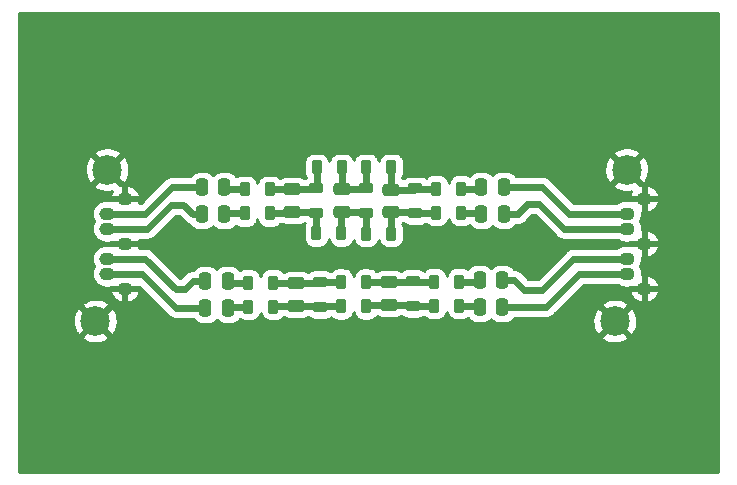
<source format=gbr>
%TF.GenerationSoftware,KiCad,Pcbnew,(5.99.0-10394-g2e15de97e0)*%
%TF.CreationDate,2021-05-18T08:39:38+02:00*%
%TF.ProjectId,BP02A,42503032-412e-46b6-9963-61645f706362,rev?*%
%TF.SameCoordinates,Original*%
%TF.FileFunction,Copper,L2,Bot*%
%TF.FilePolarity,Positive*%
%FSLAX46Y46*%
G04 Gerber Fmt 4.6, Leading zero omitted, Abs format (unit mm)*
G04 Created by KiCad (PCBNEW (5.99.0-10394-g2e15de97e0)) date 2021-05-18 08:39:38*
%MOMM*%
%LPD*%
G01*
G04 APERTURE LIST*
G04 Aperture macros list*
%AMRoundRect*
0 Rectangle with rounded corners*
0 $1 Rounding radius*
0 $2 $3 $4 $5 $6 $7 $8 $9 X,Y pos of 4 corners*
0 Add a 4 corners polygon primitive as box body*
4,1,4,$2,$3,$4,$5,$6,$7,$8,$9,$2,$3,0*
0 Add four circle primitives for the rounded corners*
1,1,$1+$1,$2,$3*
1,1,$1+$1,$4,$5*
1,1,$1+$1,$6,$7*
1,1,$1+$1,$8,$9*
0 Add four rect primitives between the rounded corners*
20,1,$1+$1,$2,$3,$4,$5,0*
20,1,$1+$1,$4,$5,$6,$7,0*
20,1,$1+$1,$6,$7,$8,$9,0*
20,1,$1+$1,$8,$9,$2,$3,0*%
G04 Aperture macros list end*
%TA.AperFunction,ComponentPad*%
%ADD10C,6.000000*%
%TD*%
%TA.AperFunction,ComponentPad*%
%ADD11O,1.300000X1.100000*%
%TD*%
%TA.AperFunction,ComponentPad*%
%ADD12C,2.500000*%
%TD*%
%TA.AperFunction,SMDPad,CuDef*%
%ADD13RoundRect,0.218750X-0.218750X-0.381250X0.218750X-0.381250X0.218750X0.381250X-0.218750X0.381250X0*%
%TD*%
%TA.AperFunction,SMDPad,CuDef*%
%ADD14RoundRect,0.250000X0.475000X-0.250000X0.475000X0.250000X-0.475000X0.250000X-0.475000X-0.250000X0*%
%TD*%
%TA.AperFunction,SMDPad,CuDef*%
%ADD15RoundRect,0.250000X0.250000X0.475000X-0.250000X0.475000X-0.250000X-0.475000X0.250000X-0.475000X0*%
%TD*%
%TA.AperFunction,SMDPad,CuDef*%
%ADD16RoundRect,0.250000X-0.475000X0.250000X-0.475000X-0.250000X0.475000X-0.250000X0.475000X0.250000X0*%
%TD*%
%TA.AperFunction,SMDPad,CuDef*%
%ADD17RoundRect,0.218750X-0.381250X0.218750X-0.381250X-0.218750X0.381250X-0.218750X0.381250X0.218750X0*%
%TD*%
%TA.AperFunction,SMDPad,CuDef*%
%ADD18RoundRect,0.218750X0.218750X0.381250X-0.218750X0.381250X-0.218750X-0.381250X0.218750X-0.381250X0*%
%TD*%
%TA.AperFunction,SMDPad,CuDef*%
%ADD19RoundRect,0.250000X-0.250000X-0.475000X0.250000X-0.475000X0.250000X0.475000X-0.250000X0.475000X0*%
%TD*%
%TA.AperFunction,Conductor*%
%ADD20C,0.600000*%
%TD*%
%TA.AperFunction,Conductor*%
%ADD21C,0.254000*%
%TD*%
G04 APERTURE END LIST*
D10*
%TO.P,M1,1*%
%TO.N,GND*%
X5080000Y35560000D03*
%TD*%
%TO.P,M3,1*%
%TO.N,GND*%
X55880000Y5080000D03*
%TD*%
D11*
%TO.P,J1,1,1*%
%TO.N,GND*%
X9849000Y24030000D03*
%TO.P,J1,2,2*%
%TO.N,3rd_order_in_P*%
X8349000Y22760000D03*
%TO.P,J1,3,3*%
%TO.N,3rd_order_in_N*%
X8349000Y21490000D03*
%TO.P,J1,4,4*%
%TO.N,GND*%
X9849000Y20220000D03*
%TO.P,J1,5,5*%
%TO.N,2rd_order_in_P*%
X8349000Y18950000D03*
%TO.P,J1,6,6*%
%TO.N,2rd_order_in_N*%
X8349000Y17680000D03*
%TO.P,J1,7,7*%
%TO.N,GND*%
X9849000Y16410000D03*
D12*
%TO.P,J1,8,4*%
X7349000Y13660000D03*
%TO.P,J1,9,7*%
X8349000Y26490000D03*
%TD*%
D11*
%TO.P,J2,1,1*%
%TO.N,GND*%
X53824000Y24030000D03*
%TO.P,J2,2,2*%
%TO.N,3rd_order_out_P*%
X52324000Y22760000D03*
%TO.P,J2,3,3*%
%TO.N,3rd_order_out_N*%
X52324000Y21490000D03*
%TO.P,J2,4,4*%
%TO.N,GND*%
X53824000Y20220000D03*
%TO.P,J2,5,5*%
%TO.N,2rd_order_out_P*%
X52324000Y18950000D03*
%TO.P,J2,6,6*%
%TO.N,2rd_order_out_N*%
X52324000Y17680000D03*
%TO.P,J2,7,7*%
%TO.N,GND*%
X53824000Y16410000D03*
D12*
%TO.P,J2,8,4*%
X51324000Y13660000D03*
%TO.P,J2,9,7*%
X52324000Y26490000D03*
%TD*%
D10*
%TO.P,M4,1*%
%TO.N,GND*%
X5080000Y5080000D03*
%TD*%
%TO.P,M2,1*%
%TO.N,GND*%
X55880000Y35560000D03*
%TD*%
D13*
%TO.P,L10,1,1*%
%TO.N,Net-(C6-Pad2)*%
X28147500Y14935200D03*
%TO.P,L10,2,2*%
%TO.N,Net-(C8-Pad2)*%
X30272500Y14935200D03*
%TD*%
D14*
%TO.P,C5,1*%
%TO.N,Net-(C5-Pad1)*%
X24038600Y22926000D03*
%TO.P,C5,2*%
%TO.N,Net-(C5-Pad2)*%
X24038600Y24826000D03*
%TD*%
D13*
%TO.P,L1,1,1*%
%TO.N,Net-(C1-Pad1)*%
X20000500Y24832800D03*
%TO.P,L1,2,2*%
%TO.N,Net-(C5-Pad2)*%
X22125500Y24832800D03*
%TD*%
%TO.P,L13,1,1*%
%TO.N,Net-(C7-Pad2)*%
X30265900Y26695400D03*
%TO.P,L13,2,2*%
%TO.N,Net-(C9-Pad2)*%
X32390900Y26695400D03*
%TD*%
D15*
%TO.P,C12,1*%
%TO.N,3rd_order_out_P*%
X41930400Y25019000D03*
%TO.P,C12,2*%
%TO.N,Net-(C12-Pad2)*%
X40030400Y25019000D03*
%TD*%
D13*
%TO.P,L18,1,1*%
%TO.N,Net-(C9-Pad2)*%
X36209500Y24866600D03*
%TO.P,L18,2,2*%
%TO.N,Net-(C12-Pad2)*%
X38334500Y24866600D03*
%TD*%
D16*
%TO.P,C6,1*%
%TO.N,Net-(C6-Pad1)*%
X24333200Y16860600D03*
%TO.P,C6,2*%
%TO.N,Net-(C6-Pad2)*%
X24333200Y14960600D03*
%TD*%
D17*
%TO.P,L12,1,1*%
%TO.N,Net-(C8-Pad1)*%
X34239200Y17064500D03*
%TO.P,L12,2,2*%
%TO.N,Net-(C8-Pad2)*%
X34239200Y14939500D03*
%TD*%
D18*
%TO.P,L19,1,1*%
%TO.N,Net-(C13-Pad2)*%
X38334500Y22834600D03*
%TO.P,L19,2,2*%
%TO.N,Net-(C9-Pad1)*%
X36209500Y22834600D03*
%TD*%
D13*
%TO.P,L3,1,1*%
%TO.N,Net-(C3-Pad1)*%
X20273500Y16916400D03*
%TO.P,L3,2,2*%
%TO.N,Net-(C6-Pad1)*%
X22398500Y16916400D03*
%TD*%
D17*
%TO.P,L11,1,1*%
%TO.N,Net-(C7-Pad2)*%
X30261600Y24934200D03*
%TO.P,L11,2,2*%
%TO.N,Net-(C7-Pad1)*%
X30261600Y22809200D03*
%TD*%
D13*
%TO.P,L15,1,1*%
%TO.N,Net-(C8-Pad1)*%
X36046900Y16992600D03*
%TO.P,L15,2,2*%
%TO.N,Net-(C10-Pad2)*%
X38171900Y16992600D03*
%TD*%
D15*
%TO.P,C2,1*%
%TO.N,Net-(C2-Pad1)*%
X18258100Y22699200D03*
%TO.P,C2,2*%
%TO.N,3rd_order_in_N*%
X16358100Y22699200D03*
%TD*%
D16*
%TO.P,C8,1*%
%TO.N,Net-(C8-Pad1)*%
X32207200Y16952000D03*
%TO.P,C8,2*%
%TO.N,Net-(C8-Pad2)*%
X32207200Y15052000D03*
%TD*%
D18*
%TO.P,L2,1,1*%
%TO.N,Net-(C5-Pad1)*%
X22125500Y22800800D03*
%TO.P,L2,2,2*%
%TO.N,Net-(C2-Pad1)*%
X20000500Y22800800D03*
%TD*%
D19*
%TO.P,C4,1*%
%TO.N,2rd_order_in_N*%
X16671600Y14767600D03*
%TO.P,C4,2*%
%TO.N,Net-(C4-Pad2)*%
X18571600Y14767600D03*
%TD*%
D15*
%TO.P,C3,1*%
%TO.N,Net-(C3-Pad1)*%
X18571600Y17053600D03*
%TO.P,C3,2*%
%TO.N,2rd_order_in_P*%
X16671600Y17053600D03*
%TD*%
D13*
%TO.P,L9,1,1*%
%TO.N,Net-(C6-Pad1)*%
X28147500Y16967200D03*
%TO.P,L9,2,2*%
%TO.N,Net-(C8-Pad1)*%
X30272500Y16967200D03*
%TD*%
D18*
%TO.P,L14,1,1*%
%TO.N,Net-(C9-Pad1)*%
X32390900Y21056600D03*
%TO.P,L14,2,2*%
%TO.N,Net-(C7-Pad1)*%
X30265900Y21056600D03*
%TD*%
D17*
%TO.P,L17,1,1*%
%TO.N,Net-(C9-Pad2)*%
X34427200Y24913100D03*
%TO.P,L17,2,2*%
%TO.N,Net-(C9-Pad1)*%
X34427200Y22788100D03*
%TD*%
D13*
%TO.P,L16,1,1*%
%TO.N,Net-(C8-Pad2)*%
X36046900Y14960600D03*
%TO.P,L16,2,2*%
%TO.N,Net-(C11-Pad1)*%
X38171900Y14960600D03*
%TD*%
%TO.P,L4,1,1*%
%TO.N,Net-(C4-Pad2)*%
X20273500Y14884400D03*
%TO.P,L4,2,2*%
%TO.N,Net-(C6-Pad2)*%
X22398500Y14884400D03*
%TD*%
D17*
%TO.P,L5,1,1*%
%TO.N,Net-(C5-Pad2)*%
X26070600Y24938500D03*
%TO.P,L5,2,2*%
%TO.N,Net-(C5-Pad1)*%
X26070600Y22813500D03*
%TD*%
D15*
%TO.P,C13,1*%
%TO.N,3rd_order_out_N*%
X41930400Y22733000D03*
%TO.P,C13,2*%
%TO.N,Net-(C13-Pad2)*%
X40030400Y22733000D03*
%TD*%
%TO.P,C10,1*%
%TO.N,2rd_order_out_P*%
X41793200Y17119600D03*
%TO.P,C10,2*%
%TO.N,Net-(C10-Pad2)*%
X39893200Y17119600D03*
%TD*%
D14*
%TO.P,C9,1*%
%TO.N,Net-(C9-Pad1)*%
X32395200Y22900600D03*
%TO.P,C9,2*%
%TO.N,Net-(C9-Pad2)*%
X32395200Y24800600D03*
%TD*%
D19*
%TO.P,C11,1*%
%TO.N,Net-(C11-Pad1)*%
X39893200Y14833600D03*
%TO.P,C11,2*%
%TO.N,2rd_order_out_N*%
X41793200Y14833600D03*
%TD*%
D18*
%TO.P,L8,1,1*%
%TO.N,Net-(C7-Pad1)*%
X28174500Y21107400D03*
%TO.P,L8,2,2*%
%TO.N,Net-(C5-Pad1)*%
X26049500Y21107400D03*
%TD*%
D13*
%TO.P,L7,1,1*%
%TO.N,Net-(C5-Pad2)*%
X26074900Y26695400D03*
%TO.P,L7,2,2*%
%TO.N,Net-(C7-Pad2)*%
X28199900Y26695400D03*
%TD*%
D14*
%TO.P,C7,1*%
%TO.N,Net-(C7-Pad1)*%
X28229600Y22921700D03*
%TO.P,C7,2*%
%TO.N,Net-(C7-Pad2)*%
X28229600Y24821700D03*
%TD*%
D15*
%TO.P,C1,1*%
%TO.N,Net-(C1-Pad1)*%
X18258100Y24985200D03*
%TO.P,C1,2*%
%TO.N,3rd_order_in_P*%
X16358100Y24985200D03*
%TD*%
D17*
%TO.P,L6,1,1*%
%TO.N,Net-(C6-Pad1)*%
X26365200Y16973100D03*
%TO.P,L6,2,2*%
%TO.N,Net-(C6-Pad2)*%
X26365200Y14848100D03*
%TD*%
D20*
%TO.N,Net-(C1-Pad1)*%
X18410500Y24832800D02*
X18258100Y24985200D01*
X20000500Y24832800D02*
X18410500Y24832800D01*
%TO.N,3rd_order_in_P*%
X13809200Y24985200D02*
X16358100Y24985200D01*
X8349000Y22760000D02*
X11584000Y22760000D01*
X11584000Y22760000D02*
X13809200Y24985200D01*
%TO.N,Net-(C2-Pad1)*%
X20000500Y22800800D02*
X18359700Y22800800D01*
X18359700Y22800800D02*
X18258100Y22699200D01*
%TO.N,3rd_order_in_N*%
X8349000Y21490000D02*
X11761800Y21490000D01*
X15629400Y22699200D02*
X16358100Y22699200D01*
X13792200Y23520400D02*
X14808200Y23520400D01*
X14808200Y23520400D02*
X15629400Y22699200D01*
X11761800Y21490000D02*
X13792200Y23520400D01*
%TO.N,Net-(C3-Pad1)*%
X20273500Y16916400D02*
X18708800Y16916400D01*
X18708800Y16916400D02*
X18571600Y17053600D01*
%TO.N,2rd_order_in_P*%
X14909800Y16357600D02*
X15605800Y17053600D01*
X14173200Y16357600D02*
X14909800Y16357600D01*
X11580800Y18950000D02*
X14173200Y16357600D01*
X8349000Y18950000D02*
X11580800Y18950000D01*
X15605800Y17053600D02*
X16671600Y17053600D01*
%TO.N,2rd_order_in_N*%
X8349000Y17680000D02*
X9228930Y17680000D01*
X16671600Y14767600D02*
X14188400Y14767600D01*
X14188400Y14767600D02*
X11276000Y17680000D01*
X11276000Y17680000D02*
X8349000Y17680000D01*
%TO.N,Net-(C4-Pad2)*%
X18688400Y14884400D02*
X18571600Y14767600D01*
X20273500Y14884400D02*
X18688400Y14884400D01*
%TO.N,Net-(C5-Pad1)*%
X26049500Y22792400D02*
X26070600Y22813500D01*
X24038600Y22926000D02*
X25958100Y22926000D01*
X25958100Y22926000D02*
X26070600Y22813500D01*
X26049500Y21107400D02*
X26049500Y22792400D01*
X22125500Y22800800D02*
X23913400Y22800800D01*
X23913400Y22800800D02*
X24038600Y22926000D01*
%TO.N,Net-(C5-Pad2)*%
X24038600Y24826000D02*
X22132300Y24826000D01*
X26074900Y24942800D02*
X26070600Y24938500D01*
X22132300Y24826000D02*
X22125500Y24832800D01*
X25958100Y24826000D02*
X26070600Y24938500D01*
X26074900Y26695400D02*
X26074900Y24942800D01*
X24038600Y24826000D02*
X25958100Y24826000D01*
%TO.N,Net-(C6-Pad1)*%
X28147500Y16967200D02*
X26371100Y16967200D01*
X22454300Y16860600D02*
X22398500Y16916400D01*
X24333200Y16860600D02*
X26252700Y16860600D01*
X26371100Y16967200D02*
X26365200Y16973100D01*
X26252700Y16860600D02*
X26365200Y16973100D01*
X24333200Y16860600D02*
X22454300Y16860600D01*
%TO.N,Net-(C6-Pad2)*%
X26252700Y14960600D02*
X26365200Y14848100D01*
X28147500Y14935200D02*
X26452300Y14935200D01*
X22474700Y14960600D02*
X22398500Y14884400D01*
X24333200Y14960600D02*
X22474700Y14960600D01*
X26452300Y14935200D02*
X26365200Y14848100D01*
X24333200Y14960600D02*
X26252700Y14960600D01*
%TO.N,Net-(C7-Pad1)*%
X30149100Y22921700D02*
X30261600Y22809200D01*
X30265900Y22804900D02*
X30261600Y22809200D01*
X28174500Y22866600D02*
X28229600Y22921700D01*
X28174500Y21107400D02*
X28174500Y22866600D01*
X28229600Y22921700D02*
X30149100Y22921700D01*
X30312400Y22860000D02*
X30261600Y22809200D01*
X30265900Y21056600D02*
X30265900Y22804900D01*
%TO.N,Net-(C7-Pad2)*%
X30149100Y24821700D02*
X30261600Y24934200D01*
X28229600Y24821700D02*
X30149100Y24821700D01*
X28199900Y26695400D02*
X28199900Y24851400D01*
X30261600Y26691100D02*
X30265900Y26695400D01*
X30261600Y24934200D02*
X30261600Y26691100D01*
X28199900Y24851400D02*
X28229600Y24821700D01*
X30303800Y24892000D02*
X30261600Y24934200D01*
%TO.N,Net-(C8-Pad1)*%
X36046900Y16992600D02*
X34311100Y16992600D01*
X32207200Y16952000D02*
X34126700Y16952000D01*
X30287700Y16952000D02*
X30272500Y16967200D01*
X34311100Y16992600D02*
X34239200Y17064500D01*
X34126700Y16952000D02*
X34239200Y17064500D01*
X32207200Y16952000D02*
X30287700Y16952000D01*
%TO.N,Net-(C8-Pad2)*%
X30389300Y15052000D02*
X30272500Y14935200D01*
X34126700Y15052000D02*
X34239200Y14939500D01*
X32207200Y15052000D02*
X30389300Y15052000D01*
X32207200Y15052000D02*
X34126700Y15052000D01*
X36046900Y14960600D02*
X34260300Y14960600D01*
X34260300Y14960600D02*
X34239200Y14939500D01*
%TO.N,Net-(C9-Pad1)*%
X34314700Y22900600D02*
X34427200Y22788100D01*
X32395200Y22900600D02*
X34314700Y22900600D01*
X36163000Y22788100D02*
X36209500Y22834600D01*
X32390900Y22896300D02*
X32395200Y22900600D01*
X34427200Y22788100D02*
X36163000Y22788100D01*
X32390900Y21056600D02*
X32390900Y22896300D01*
%TO.N,Net-(C9-Pad2)*%
X34314700Y24800600D02*
X34427200Y24913100D01*
X32395200Y26691100D02*
X32390900Y26695400D01*
X32395200Y24800600D02*
X32395200Y26691100D01*
X34473700Y24866600D02*
X34427200Y24913100D01*
X32395200Y24800600D02*
X34314700Y24800600D01*
X36209500Y24866600D02*
X34473700Y24866600D01*
%TO.N,2rd_order_out_P*%
X45186600Y16306800D02*
X47829800Y18950000D01*
X43611800Y16306800D02*
X45186600Y16306800D01*
X47829800Y18950000D02*
X52324000Y18950000D01*
X41793200Y17119600D02*
X42799000Y17119600D01*
X42799000Y17119600D02*
X43611800Y16306800D01*
%TO.N,Net-(C10-Pad2)*%
X39766200Y16992600D02*
X39893200Y17119600D01*
X38171900Y16992600D02*
X39766200Y16992600D01*
%TO.N,Net-(C11-Pad1)*%
X39766200Y14960600D02*
X39893200Y14833600D01*
X38171900Y14960600D02*
X39766200Y14960600D01*
%TO.N,2rd_order_out_N*%
X41793200Y14833600D02*
X45466000Y14833600D01*
X48312400Y17680000D02*
X52324000Y17680000D01*
X45466000Y14833600D02*
X48312400Y17680000D01*
%TO.N,3rd_order_out_P*%
X45186600Y25019000D02*
X41930400Y25019000D01*
X52324000Y22760000D02*
X47445600Y22760000D01*
X47445600Y22760000D02*
X45186600Y25019000D01*
%TO.N,Net-(C12-Pad2)*%
X39878000Y24866600D02*
X40030400Y25019000D01*
X38334500Y24866600D02*
X39878000Y24866600D01*
%TO.N,3rd_order_out_N*%
X43103800Y22733000D02*
X41930400Y22733000D01*
X43916600Y23545800D02*
X43103800Y22733000D01*
X46988400Y21490000D02*
X44932600Y23545800D01*
X52324000Y21490000D02*
X46988400Y21490000D01*
X44932600Y23545800D02*
X43916600Y23545800D01*
%TO.N,Net-(C13-Pad2)*%
X39928800Y22834600D02*
X40030400Y22733000D01*
X38334500Y22834600D02*
X39928800Y22834600D01*
%TD*%
%TO.N,GND*%
D21*
X60072000Y888000D02*
X888000Y888000D01*
X888000Y12276981D01*
X6175287Y12276981D01*
X6180352Y12206166D01*
X6223903Y12148586D01*
X6340247Y12063279D01*
X6356085Y12053383D01*
X6587338Y11931715D01*
X6604464Y11924268D01*
X6851161Y11838118D01*
X6869200Y11833284D01*
X7125921Y11784544D01*
X7144476Y11782430D01*
X7405581Y11772171D01*
X7424245Y11772823D01*
X7683998Y11801271D01*
X7702361Y11804674D01*
X7955057Y11871203D01*
X7972715Y11877283D01*
X8212801Y11980432D01*
X8229366Y11989056D01*
X8451568Y12126559D01*
X8466674Y12137533D01*
X8483366Y12151663D01*
X8522436Y12210943D01*
X8523197Y12276981D01*
X50150287Y12276981D01*
X50155352Y12206166D01*
X50198903Y12148586D01*
X50315247Y12063279D01*
X50331085Y12053383D01*
X50562338Y11931715D01*
X50579464Y11924268D01*
X50826161Y11838118D01*
X50844200Y11833284D01*
X51100921Y11784544D01*
X51119476Y11782430D01*
X51380581Y11772171D01*
X51399245Y11772823D01*
X51658998Y11801271D01*
X51677361Y11804674D01*
X51930057Y11871203D01*
X51947715Y11877283D01*
X52187801Y11980432D01*
X52204366Y11989056D01*
X52426568Y12126559D01*
X52441674Y12137533D01*
X52458366Y12151663D01*
X52497436Y12210943D01*
X52498254Y12281935D01*
X52466052Y12336928D01*
X51413095Y13389885D01*
X51350783Y13423911D01*
X51279968Y13418846D01*
X51234905Y13389885D01*
X50184313Y12339293D01*
X50150287Y12276981D01*
X8523197Y12276981D01*
X8523254Y12281935D01*
X8491052Y12336928D01*
X7438095Y13389885D01*
X7375783Y13423911D01*
X7304968Y13418846D01*
X7259905Y13389885D01*
X6209313Y12339293D01*
X6175287Y12276981D01*
X888000Y12276981D01*
X888000Y13700105D01*
X5460749Y13700105D01*
X5473286Y13439099D01*
X5475562Y13420562D01*
X5526541Y13164277D01*
X5531532Y13146282D01*
X5619831Y12900346D01*
X5627427Y12883284D01*
X5751109Y12653102D01*
X5761143Y12637353D01*
X5838277Y12534057D01*
X5895061Y12491442D01*
X5965871Y12486293D01*
X6028330Y12520350D01*
X7078885Y13570905D01*
X7112911Y13633217D01*
X7109080Y13686783D01*
X7585089Y13686783D01*
X7590154Y13615968D01*
X7619115Y13570905D01*
X8672681Y12517339D01*
X8734993Y12483313D01*
X8805808Y12488378D01*
X8862644Y12530925D01*
X8867747Y12538271D01*
X9004326Y12750606D01*
X9013237Y12767019D01*
X9120560Y13005268D01*
X9126947Y13022817D01*
X9197876Y13274313D01*
X9201600Y13292613D01*
X9234577Y13551831D01*
X9235541Y13564434D01*
X9237957Y13656702D01*
X9237654Y13669338D01*
X9218289Y13929926D01*
X9215528Y13948396D01*
X9157858Y14203259D01*
X9152398Y14221118D01*
X9057691Y14464658D01*
X9049651Y14481514D01*
X8919986Y14708380D01*
X8909543Y14723863D01*
X8858176Y14789022D01*
X8800295Y14830135D01*
X8729375Y14833429D01*
X8670131Y14800111D01*
X7619115Y13749095D01*
X7585089Y13686783D01*
X7109080Y13686783D01*
X7107846Y13704032D01*
X7078885Y13749095D01*
X6026555Y14801425D01*
X5964243Y14835451D01*
X5893428Y14830386D01*
X5840587Y14792900D01*
X5816841Y14764349D01*
X5805995Y14749144D01*
X5670436Y14525750D01*
X5661958Y14509111D01*
X5560908Y14268134D01*
X5554982Y14250423D01*
X5490661Y13997157D01*
X5487418Y13978766D01*
X5461238Y13718774D01*
X5460749Y13700105D01*
X888000Y13700105D01*
X888000Y15052988D01*
X6171604Y15052988D01*
X6201685Y14988679D01*
X6207058Y14982962D01*
X7259905Y13930115D01*
X7322217Y13896089D01*
X7393032Y13901154D01*
X7438095Y13930115D01*
X8489376Y14981396D01*
X8523402Y15043708D01*
X8518337Y15114523D01*
X8472100Y15174019D01*
X8315609Y15282580D01*
X8299518Y15292058D01*
X8065159Y15407631D01*
X8047844Y15414627D01*
X7798977Y15494290D01*
X7780818Y15498650D01*
X7522910Y15540653D01*
X7504306Y15542280D01*
X7243021Y15545701D01*
X7224379Y15544561D01*
X6965460Y15509323D01*
X6947194Y15505440D01*
X6696326Y15432319D01*
X6678833Y15425779D01*
X6441530Y15316381D01*
X6425196Y15307327D01*
X6227068Y15177429D01*
X6181067Y15123352D01*
X6171604Y15052988D01*
X888000Y15052988D01*
X888000Y16138068D01*
X8596244Y16138068D01*
X8600088Y16120425D01*
X8642530Y15976218D01*
X8651742Y15953418D01*
X8747858Y15769565D01*
X8761324Y15748988D01*
X8891320Y15587306D01*
X8908524Y15569737D01*
X9067448Y15436383D01*
X9087739Y15422489D01*
X9269539Y15322544D01*
X9292141Y15312857D01*
X9489891Y15250127D01*
X9513946Y15245014D01*
X9580956Y15237498D01*
X9650881Y15249783D01*
X9703065Y15297922D01*
X9721000Y15362713D01*
X9721000Y16156000D01*
X9977000Y16156000D01*
X9977000Y15362100D01*
X9997002Y15293979D01*
X10050658Y15247486D01*
X10115296Y15236701D01*
X10167767Y15241846D01*
X10191889Y15246623D01*
X10390496Y15306586D01*
X10413231Y15315957D01*
X10596408Y15413354D01*
X10616890Y15426962D01*
X10777661Y15558083D01*
X10795111Y15575411D01*
X10927352Y15735263D01*
X10941103Y15755649D01*
X11039777Y15938142D01*
X11049306Y15960813D01*
X11098192Y16118742D01*
X11099228Y16189731D01*
X11061720Y16250010D01*
X10997576Y16280443D01*
X10977827Y16282000D01*
X10103000Y16282000D01*
X10034879Y16261998D01*
X9988386Y16208342D01*
X9977000Y16156000D01*
X9721000Y16156000D01*
X9700998Y16224121D01*
X9647342Y16270614D01*
X9595000Y16282000D01*
X8720962Y16282000D01*
X8652841Y16261998D01*
X8606348Y16208342D01*
X8596244Y16138068D01*
X888000Y16138068D01*
X888000Y18946005D01*
X7060045Y18946005D01*
X7078857Y18739300D01*
X7083464Y18715145D01*
X7142066Y18516031D01*
X7151278Y18493231D01*
X7245150Y18313671D01*
X7157763Y18152052D01*
X7148234Y18129382D01*
X7086857Y17931105D01*
X7081912Y17907017D01*
X7060216Y17700596D01*
X7060045Y17676005D01*
X7078857Y17469300D01*
X7083464Y17445145D01*
X7142066Y17246031D01*
X7151278Y17223231D01*
X7247439Y17039292D01*
X7260904Y17018715D01*
X7390961Y16856956D01*
X7408167Y16839386D01*
X7567167Y16705970D01*
X7587457Y16692077D01*
X7769342Y16592085D01*
X7791944Y16582398D01*
X7989787Y16519638D01*
X8013841Y16514525D01*
X8176457Y16496285D01*
X8190502Y16495500D01*
X8499994Y16495500D01*
X8512289Y16496101D01*
X8667863Y16511355D01*
X8691986Y16516132D01*
X8764416Y16538000D01*
X10977038Y16538000D01*
X11045159Y16558002D01*
X11059670Y16574748D01*
X13528833Y14105585D01*
X13584221Y14049025D01*
X13605988Y14031272D01*
X13642423Y14007791D01*
X13676298Y13980749D01*
X13700067Y13965781D01*
X13730249Y13951190D01*
X13758433Y13933027D01*
X13783596Y13920536D01*
X13824324Y13905713D01*
X13863347Y13886848D01*
X13889842Y13877518D01*
X13922510Y13869976D01*
X13954018Y13858508D01*
X13981320Y13851904D01*
X14024310Y13846473D01*
X14066554Y13836720D01*
X14094459Y13833491D01*
X14134070Y13833353D01*
X14138089Y13833100D01*
X14206662Y13833100D01*
X14275819Y13832859D01*
X14278038Y13833100D01*
X15665372Y13833100D01*
X15730497Y13733768D01*
X15749216Y13711380D01*
X15877592Y13589769D01*
X15900960Y13572288D01*
X16053870Y13483471D01*
X16080632Y13471835D01*
X16249873Y13420577D01*
X16275195Y13415666D01*
X16354377Y13408599D01*
X16365578Y13408100D01*
X16964486Y13408100D01*
X16979077Y13408948D01*
X17111834Y13424426D01*
X17140234Y13431139D01*
X17306455Y13491474D01*
X17332549Y13504541D01*
X17480432Y13601497D01*
X17502820Y13620216D01*
X17622272Y13746313D01*
X17630497Y13733768D01*
X17649216Y13711380D01*
X17777592Y13589769D01*
X17800960Y13572288D01*
X17953870Y13483471D01*
X17980632Y13471835D01*
X18149873Y13420577D01*
X18175195Y13415666D01*
X18254377Y13408599D01*
X18265578Y13408100D01*
X18864486Y13408100D01*
X18879077Y13408948D01*
X19011834Y13424426D01*
X19040234Y13431139D01*
X19206455Y13491474D01*
X19232549Y13504541D01*
X19380432Y13601497D01*
X19402820Y13620216D01*
X19524431Y13748592D01*
X19541912Y13771960D01*
X19560258Y13803545D01*
X19699481Y13722679D01*
X19726243Y13711043D01*
X19888557Y13661883D01*
X19913879Y13656972D01*
X19987526Y13650399D01*
X19998727Y13649900D01*
X20535135Y13649900D01*
X20549726Y13650748D01*
X20675295Y13665388D01*
X20703695Y13672101D01*
X20863113Y13729967D01*
X20889207Y13743034D01*
X21031036Y13836021D01*
X21053424Y13854740D01*
X21170059Y13977862D01*
X21187540Y14001230D01*
X21272721Y14147881D01*
X21284357Y14174643D01*
X21333517Y14336957D01*
X21337580Y14357909D01*
X21341988Y14320105D01*
X21348701Y14291705D01*
X21406567Y14132287D01*
X21419634Y14106193D01*
X21512621Y13964364D01*
X21531340Y13941976D01*
X21654462Y13825341D01*
X21677830Y13807860D01*
X21824481Y13722679D01*
X21851243Y13711043D01*
X22013557Y13661883D01*
X22038879Y13656972D01*
X22112526Y13650399D01*
X22123727Y13649900D01*
X22660135Y13649900D01*
X22674726Y13650748D01*
X22800295Y13665388D01*
X22828695Y13672101D01*
X22988113Y13729967D01*
X23014207Y13743034D01*
X23156036Y13836021D01*
X23178424Y13854740D01*
X23295059Y13977862D01*
X23312540Y14001230D01*
X23315688Y14006650D01*
X23337560Y13990288D01*
X23490470Y13901471D01*
X23517232Y13889835D01*
X23686473Y13838577D01*
X23711795Y13833666D01*
X23790977Y13826599D01*
X23802178Y13826100D01*
X24851086Y13826100D01*
X24865677Y13826948D01*
X24998434Y13842426D01*
X25026834Y13849139D01*
X25193055Y13909474D01*
X25219149Y13922541D01*
X25367032Y14019497D01*
X25374929Y14026100D01*
X25379956Y14026100D01*
X25458662Y13951541D01*
X25482030Y13934060D01*
X25628681Y13848879D01*
X25655443Y13837243D01*
X25817757Y13788083D01*
X25843079Y13783172D01*
X25916726Y13776599D01*
X25927927Y13776100D01*
X26789335Y13776100D01*
X26803926Y13776948D01*
X26929495Y13791588D01*
X26957895Y13798301D01*
X27117313Y13856167D01*
X27143407Y13869234D01*
X27285236Y13962221D01*
X27299768Y13974372D01*
X27403462Y13876141D01*
X27426830Y13858660D01*
X27573481Y13773479D01*
X27600243Y13761843D01*
X27762557Y13712683D01*
X27787879Y13707772D01*
X27861526Y13701199D01*
X27872727Y13700700D01*
X28409135Y13700700D01*
X28423726Y13701548D01*
X28549295Y13716188D01*
X28577695Y13722901D01*
X28737113Y13780767D01*
X28763207Y13793834D01*
X28905036Y13886821D01*
X28927424Y13905540D01*
X29044059Y14028662D01*
X29061540Y14052030D01*
X29146721Y14198681D01*
X29158357Y14225443D01*
X29207517Y14387757D01*
X29211580Y14408709D01*
X29215988Y14370905D01*
X29222701Y14342505D01*
X29280567Y14183087D01*
X29293634Y14156993D01*
X29386621Y14015164D01*
X29405340Y13992776D01*
X29528462Y13876141D01*
X29551830Y13858660D01*
X29698481Y13773479D01*
X29725243Y13761843D01*
X29887557Y13712683D01*
X29912879Y13707772D01*
X29986526Y13701199D01*
X29997727Y13700700D01*
X30534135Y13700700D01*
X30548726Y13701548D01*
X30674295Y13716188D01*
X30702695Y13722901D01*
X30862113Y13780767D01*
X30888207Y13793834D01*
X31030036Y13886821D01*
X31052424Y13905540D01*
X31169059Y14028662D01*
X31186540Y14052030D01*
X31206127Y14085752D01*
X31211560Y14081688D01*
X31364470Y13992871D01*
X31391232Y13981235D01*
X31560473Y13929977D01*
X31585795Y13925066D01*
X31664977Y13917999D01*
X31676178Y13917500D01*
X32725086Y13917500D01*
X32739677Y13918348D01*
X32872434Y13933826D01*
X32900834Y13940539D01*
X33067055Y14000874D01*
X33093149Y14013941D01*
X33241032Y14110897D01*
X33248929Y14117500D01*
X33253956Y14117500D01*
X33332662Y14042941D01*
X33356030Y14025460D01*
X33502681Y13940279D01*
X33529443Y13928643D01*
X33691757Y13879483D01*
X33717079Y13874572D01*
X33790726Y13867999D01*
X33801927Y13867500D01*
X34663335Y13867500D01*
X34677926Y13868348D01*
X34803495Y13882988D01*
X34831895Y13889701D01*
X34991313Y13947567D01*
X35017407Y13960634D01*
X35117259Y14026100D01*
X35173115Y14026100D01*
X35179740Y14018176D01*
X35302862Y13901541D01*
X35326230Y13884060D01*
X35472881Y13798879D01*
X35499643Y13787243D01*
X35661957Y13738083D01*
X35687279Y13733172D01*
X35760926Y13726599D01*
X35772127Y13726100D01*
X36308535Y13726100D01*
X36323126Y13726948D01*
X36448695Y13741588D01*
X36477095Y13748301D01*
X36636513Y13806167D01*
X36662607Y13819234D01*
X36804436Y13912221D01*
X36826824Y13930940D01*
X36943459Y14054062D01*
X36960940Y14077430D01*
X37046121Y14224081D01*
X37057757Y14250843D01*
X37106917Y14413157D01*
X37110980Y14434109D01*
X37115388Y14396305D01*
X37122101Y14367905D01*
X37179967Y14208487D01*
X37193034Y14182393D01*
X37286021Y14040564D01*
X37304740Y14018176D01*
X37427862Y13901541D01*
X37451230Y13884060D01*
X37597881Y13798879D01*
X37624643Y13787243D01*
X37786957Y13738083D01*
X37812279Y13733172D01*
X37885926Y13726599D01*
X37897127Y13726100D01*
X38433535Y13726100D01*
X38448126Y13726948D01*
X38573695Y13741588D01*
X38602095Y13748301D01*
X38761513Y13806167D01*
X38787607Y13819234D01*
X38893722Y13888806D01*
X38952097Y13799768D01*
X38970816Y13777380D01*
X39099192Y13655769D01*
X39122560Y13638288D01*
X39275470Y13549471D01*
X39302232Y13537835D01*
X39471473Y13486577D01*
X39496795Y13481666D01*
X39575977Y13474599D01*
X39587178Y13474100D01*
X40186086Y13474100D01*
X40200677Y13474948D01*
X40333434Y13490426D01*
X40361834Y13497139D01*
X40528055Y13557474D01*
X40554149Y13570541D01*
X40702032Y13667497D01*
X40724420Y13686216D01*
X40843872Y13812313D01*
X40852097Y13799768D01*
X40870816Y13777380D01*
X40999192Y13655769D01*
X41022560Y13638288D01*
X41175470Y13549471D01*
X41202232Y13537835D01*
X41371473Y13486577D01*
X41396795Y13481666D01*
X41475977Y13474599D01*
X41487178Y13474100D01*
X42086086Y13474100D01*
X42100677Y13474948D01*
X42233434Y13490426D01*
X42261834Y13497139D01*
X42428055Y13557474D01*
X42454149Y13570541D01*
X42602032Y13667497D01*
X42624420Y13686216D01*
X42637577Y13700105D01*
X49435749Y13700105D01*
X49448286Y13439099D01*
X49450562Y13420562D01*
X49501541Y13164277D01*
X49506532Y13146282D01*
X49594831Y12900346D01*
X49602427Y12883284D01*
X49726109Y12653102D01*
X49736143Y12637353D01*
X49813277Y12534057D01*
X49870061Y12491442D01*
X49940871Y12486293D01*
X50003330Y12520350D01*
X51053885Y13570905D01*
X51087911Y13633217D01*
X51084080Y13686783D01*
X51560089Y13686783D01*
X51565154Y13615968D01*
X51594115Y13570905D01*
X52647681Y12517339D01*
X52709993Y12483313D01*
X52780808Y12488378D01*
X52837644Y12530925D01*
X52842747Y12538271D01*
X52979326Y12750606D01*
X52988237Y12767019D01*
X53095560Y13005268D01*
X53101947Y13022817D01*
X53172876Y13274313D01*
X53176600Y13292613D01*
X53209577Y13551831D01*
X53210541Y13564434D01*
X53212957Y13656702D01*
X53212654Y13669338D01*
X53193289Y13929926D01*
X53190528Y13948396D01*
X53132858Y14203259D01*
X53127398Y14221118D01*
X53032691Y14464658D01*
X53024651Y14481514D01*
X52894986Y14708380D01*
X52884543Y14723863D01*
X52833176Y14789022D01*
X52775295Y14830135D01*
X52704375Y14833429D01*
X52645131Y14800111D01*
X51594115Y13749095D01*
X51560089Y13686783D01*
X51084080Y13686783D01*
X51082846Y13704032D01*
X51053885Y13749095D01*
X50001555Y14801425D01*
X49939243Y14835451D01*
X49868428Y14830386D01*
X49815587Y14792900D01*
X49791841Y14764349D01*
X49780995Y14749144D01*
X49645436Y14525750D01*
X49636958Y14509111D01*
X49535908Y14268134D01*
X49529982Y14250423D01*
X49465661Y13997157D01*
X49462418Y13978766D01*
X49436238Y13718774D01*
X49435749Y13700105D01*
X42637577Y13700105D01*
X42746031Y13814592D01*
X42763512Y13837959D01*
X42799026Y13899100D01*
X45467776Y13899100D01*
X45546890Y13898272D01*
X45574836Y13901111D01*
X45617193Y13910269D01*
X45660274Y13915101D01*
X45687667Y13921325D01*
X45719321Y13932348D01*
X45752100Y13939435D01*
X45778726Y13948396D01*
X45818007Y13966714D01*
X45858938Y13980967D01*
X45884271Y13993105D01*
X45912709Y14010875D01*
X45943092Y14025043D01*
X45967067Y14039677D01*
X46001311Y14066239D01*
X46038074Y14089211D01*
X46060089Y14106660D01*
X46088193Y14134569D01*
X46091216Y14137234D01*
X46139831Y14185849D01*
X46188775Y14234453D01*
X46190169Y14236187D01*
X47006970Y15052988D01*
X50146604Y15052988D01*
X50176685Y14988679D01*
X50182058Y14982962D01*
X51234905Y13930115D01*
X51297217Y13896089D01*
X51368032Y13901154D01*
X51413095Y13930115D01*
X52464376Y14981396D01*
X52498402Y15043708D01*
X52493337Y15114523D01*
X52447100Y15174019D01*
X52290609Y15282580D01*
X52274518Y15292058D01*
X52040159Y15407631D01*
X52022844Y15414627D01*
X51773977Y15494290D01*
X51755818Y15498650D01*
X51497910Y15540653D01*
X51479306Y15542280D01*
X51218021Y15545701D01*
X51199379Y15544561D01*
X50940460Y15509323D01*
X50922194Y15505440D01*
X50671326Y15432319D01*
X50653833Y15425779D01*
X50416530Y15316381D01*
X50400196Y15307327D01*
X50202068Y15177429D01*
X50156067Y15123352D01*
X50146604Y15052988D01*
X47006970Y15052988D01*
X48092049Y16138068D01*
X52571244Y16138068D01*
X52575088Y16120425D01*
X52617530Y15976218D01*
X52626742Y15953418D01*
X52722858Y15769565D01*
X52736324Y15748988D01*
X52866320Y15587306D01*
X52883524Y15569737D01*
X53042448Y15436383D01*
X53062739Y15422489D01*
X53244539Y15322544D01*
X53267141Y15312857D01*
X53464891Y15250127D01*
X53488946Y15245014D01*
X53555956Y15237498D01*
X53625881Y15249783D01*
X53678065Y15297922D01*
X53696000Y15362713D01*
X53696000Y16156000D01*
X53952000Y16156000D01*
X53952000Y15362100D01*
X53972002Y15293979D01*
X54025658Y15247486D01*
X54090296Y15236701D01*
X54142767Y15241846D01*
X54166889Y15246623D01*
X54365496Y15306586D01*
X54388231Y15315957D01*
X54571408Y15413354D01*
X54591890Y15426962D01*
X54752661Y15558083D01*
X54770111Y15575411D01*
X54902352Y15735263D01*
X54916103Y15755649D01*
X55014777Y15938142D01*
X55024306Y15960813D01*
X55073192Y16118742D01*
X55074228Y16189731D01*
X55036720Y16250010D01*
X54972576Y16280443D01*
X54952827Y16282000D01*
X54078000Y16282000D01*
X54009879Y16261998D01*
X53963386Y16208342D01*
X53952000Y16156000D01*
X53696000Y16156000D01*
X53675998Y16224121D01*
X53622342Y16270614D01*
X53570000Y16282000D01*
X52695962Y16282000D01*
X52627841Y16261998D01*
X52581348Y16208342D01*
X52571244Y16138068D01*
X48092049Y16138068D01*
X48699481Y16745500D01*
X51495057Y16745500D01*
X51542167Y16705970D01*
X51562457Y16692077D01*
X51744342Y16592085D01*
X51766944Y16582398D01*
X51964787Y16519638D01*
X51988841Y16514525D01*
X52151457Y16496285D01*
X52165502Y16495500D01*
X52474994Y16495500D01*
X52487289Y16496101D01*
X52642863Y16511355D01*
X52666986Y16516132D01*
X52739416Y16538000D01*
X53570000Y16538000D01*
X53638121Y16558002D01*
X53684614Y16611658D01*
X53696000Y16664000D01*
X53696000Y17457287D01*
X53952000Y17457287D01*
X53952000Y16664000D01*
X53972002Y16595879D01*
X54025658Y16549386D01*
X54078000Y16538000D01*
X54952038Y16538000D01*
X55020159Y16558002D01*
X55066652Y16611658D01*
X55076756Y16681932D01*
X55072912Y16699575D01*
X55030470Y16843782D01*
X55021258Y16866582D01*
X54925142Y17050435D01*
X54911676Y17071012D01*
X54781680Y17232694D01*
X54764476Y17250263D01*
X54605552Y17383617D01*
X54585261Y17397511D01*
X54403461Y17497456D01*
X54380859Y17507143D01*
X54183109Y17569873D01*
X54159054Y17574986D01*
X54092044Y17582502D01*
X54022119Y17570217D01*
X53969935Y17522078D01*
X53952000Y17457287D01*
X53696000Y17457287D01*
X53696000Y17457900D01*
X53675998Y17526021D01*
X53622342Y17572514D01*
X53603974Y17575579D01*
X53612784Y17659404D01*
X53612955Y17683995D01*
X53594143Y17890700D01*
X53589536Y17914855D01*
X53530934Y18113969D01*
X53521722Y18136769D01*
X53427850Y18316329D01*
X53515237Y18477948D01*
X53524766Y18500618D01*
X53586143Y18698895D01*
X53591088Y18722983D01*
X53612784Y18929404D01*
X53612955Y18953995D01*
X53603682Y19055883D01*
X53625881Y19059783D01*
X53678065Y19107922D01*
X53696000Y19172713D01*
X53696000Y19966000D01*
X53952000Y19966000D01*
X53952000Y19172100D01*
X53972002Y19103979D01*
X54025658Y19057486D01*
X54090296Y19046701D01*
X54142767Y19051846D01*
X54166889Y19056623D01*
X54365496Y19116586D01*
X54388231Y19125957D01*
X54571408Y19223354D01*
X54591890Y19236962D01*
X54752661Y19368083D01*
X54770111Y19385411D01*
X54902352Y19545263D01*
X54916103Y19565649D01*
X55014777Y19748142D01*
X55024306Y19770813D01*
X55073192Y19928742D01*
X55074228Y19999731D01*
X55036720Y20060010D01*
X54972576Y20090443D01*
X54952827Y20092000D01*
X54078000Y20092000D01*
X54009879Y20071998D01*
X53963386Y20018342D01*
X53952000Y19966000D01*
X53696000Y19966000D01*
X53675998Y20034121D01*
X53622342Y20080614D01*
X53570000Y20092000D01*
X52741097Y20092000D01*
X52683213Y20110362D01*
X52659159Y20115475D01*
X52496543Y20133715D01*
X52482498Y20134500D01*
X52173006Y20134500D01*
X52160711Y20133899D01*
X52005137Y20118645D01*
X51981014Y20113868D01*
X51782314Y20053877D01*
X51759579Y20044506D01*
X51576315Y19947063D01*
X51555832Y19933455D01*
X51495808Y19884500D01*
X47828023Y19884500D01*
X47748910Y19885328D01*
X47720964Y19882489D01*
X47678607Y19873331D01*
X47635526Y19868499D01*
X47608133Y19862275D01*
X47576479Y19851252D01*
X47543700Y19844165D01*
X47517074Y19835204D01*
X47477793Y19816886D01*
X47436862Y19802633D01*
X47411529Y19790495D01*
X47383091Y19772725D01*
X47352708Y19758557D01*
X47328733Y19743923D01*
X47294489Y19717361D01*
X47257726Y19694389D01*
X47235711Y19676940D01*
X47207607Y19649031D01*
X47204584Y19646366D01*
X47155966Y19597748D01*
X47107025Y19549147D01*
X47105631Y19547413D01*
X44799518Y17241300D01*
X43998882Y17241300D01*
X43458521Y17781662D01*
X43403179Y17838175D01*
X43381411Y17855928D01*
X43344979Y17879407D01*
X43311104Y17906449D01*
X43287334Y17921418D01*
X43257154Y17936008D01*
X43228967Y17954173D01*
X43203806Y17966663D01*
X43163073Y17981489D01*
X43124052Y18000352D01*
X43097556Y18009683D01*
X43064881Y18017226D01*
X43033382Y18028691D01*
X43006080Y18035296D01*
X42963090Y18040727D01*
X42920845Y18050480D01*
X42892941Y18053708D01*
X42853349Y18053846D01*
X42849311Y18054100D01*
X42799428Y18054100D01*
X42734303Y18153432D01*
X42715584Y18175820D01*
X42587208Y18297431D01*
X42563840Y18314912D01*
X42410930Y18403729D01*
X42384168Y18415365D01*
X42214927Y18466623D01*
X42189605Y18471534D01*
X42110423Y18478601D01*
X42099222Y18479100D01*
X41500314Y18479100D01*
X41485723Y18478252D01*
X41352966Y18462774D01*
X41324566Y18456061D01*
X41158345Y18395726D01*
X41132251Y18382659D01*
X40984368Y18285703D01*
X40961980Y18266984D01*
X40842528Y18140887D01*
X40834303Y18153432D01*
X40815584Y18175820D01*
X40687208Y18297431D01*
X40663840Y18314912D01*
X40510930Y18403729D01*
X40484168Y18415365D01*
X40314927Y18466623D01*
X40289605Y18471534D01*
X40210423Y18478601D01*
X40199222Y18479100D01*
X39600314Y18479100D01*
X39585723Y18478252D01*
X39452966Y18462774D01*
X39424566Y18456061D01*
X39258345Y18395726D01*
X39232251Y18382659D01*
X39084368Y18285703D01*
X39061980Y18266984D01*
X38940369Y18138608D01*
X38922888Y18115240D01*
X38895038Y18067293D01*
X38892570Y18069140D01*
X38745919Y18154321D01*
X38719157Y18165957D01*
X38556843Y18215117D01*
X38531521Y18220028D01*
X38457874Y18226601D01*
X38446673Y18227100D01*
X37910265Y18227100D01*
X37895674Y18226252D01*
X37770105Y18211612D01*
X37741705Y18204899D01*
X37582287Y18147033D01*
X37556193Y18133966D01*
X37414364Y18040979D01*
X37391976Y18022260D01*
X37275341Y17899138D01*
X37257860Y17875770D01*
X37172679Y17729119D01*
X37161043Y17702357D01*
X37111883Y17540043D01*
X37107820Y17519091D01*
X37103412Y17556895D01*
X37096699Y17585295D01*
X37038833Y17744713D01*
X37025766Y17770807D01*
X36932779Y17912636D01*
X36914060Y17935024D01*
X36790938Y18051659D01*
X36767570Y18069140D01*
X36620919Y18154321D01*
X36594157Y18165957D01*
X36431843Y18215117D01*
X36406521Y18220028D01*
X36332874Y18226601D01*
X36321673Y18227100D01*
X35785265Y18227100D01*
X35770674Y18226252D01*
X35645105Y18211612D01*
X35616705Y18204899D01*
X35457287Y18147033D01*
X35431193Y18133966D01*
X35289364Y18040979D01*
X35266976Y18022260D01*
X35179079Y17929474D01*
X35145738Y17961059D01*
X35122370Y17978540D01*
X34975719Y18063721D01*
X34948957Y18075357D01*
X34786643Y18124517D01*
X34761321Y18129428D01*
X34687674Y18136001D01*
X34676473Y18136500D01*
X33815065Y18136500D01*
X33800474Y18135652D01*
X33674905Y18121012D01*
X33646505Y18114299D01*
X33487087Y18056433D01*
X33460993Y18043366D01*
X33319164Y17950379D01*
X33296777Y17931660D01*
X33253996Y17886500D01*
X33245559Y17886500D01*
X33226208Y17904831D01*
X33202840Y17922312D01*
X33049930Y18011129D01*
X33023168Y18022765D01*
X32853927Y18074023D01*
X32828605Y18078934D01*
X32749423Y18086001D01*
X32738222Y18086500D01*
X31689314Y18086500D01*
X31674723Y18085652D01*
X31541966Y18070174D01*
X31513566Y18063461D01*
X31347345Y18003126D01*
X31321251Y17990059D01*
X31173368Y17893103D01*
X31165471Y17886500D01*
X31158862Y17886500D01*
X31158379Y17887236D01*
X31139660Y17909624D01*
X31016538Y18026259D01*
X30993170Y18043740D01*
X30846519Y18128921D01*
X30819757Y18140557D01*
X30657443Y18189717D01*
X30632121Y18194628D01*
X30558474Y18201201D01*
X30547273Y18201700D01*
X30010865Y18201700D01*
X29996274Y18200852D01*
X29870705Y18186212D01*
X29842305Y18179499D01*
X29682887Y18121633D01*
X29656793Y18108566D01*
X29514964Y18015579D01*
X29492576Y17996860D01*
X29375941Y17873738D01*
X29358460Y17850370D01*
X29273279Y17703719D01*
X29261643Y17676957D01*
X29212483Y17514643D01*
X29208420Y17493691D01*
X29204012Y17531495D01*
X29197299Y17559895D01*
X29139433Y17719313D01*
X29126366Y17745407D01*
X29033379Y17887236D01*
X29014660Y17909624D01*
X28891538Y18026259D01*
X28868170Y18043740D01*
X28721519Y18128921D01*
X28694757Y18140557D01*
X28532443Y18189717D01*
X28507121Y18194628D01*
X28433474Y18201201D01*
X28422273Y18201700D01*
X27885865Y18201700D01*
X27871274Y18200852D01*
X27745705Y18186212D01*
X27717305Y18179499D01*
X27557887Y18121633D01*
X27531793Y18108566D01*
X27389964Y18015579D01*
X27367576Y17996860D01*
X27277430Y17901700D01*
X27223303Y17901700D01*
X27101719Y17972321D01*
X27074957Y17983957D01*
X26912643Y18033117D01*
X26887321Y18038028D01*
X26813674Y18044601D01*
X26802473Y18045100D01*
X25941065Y18045100D01*
X25926474Y18044252D01*
X25800905Y18029612D01*
X25772505Y18022899D01*
X25613087Y17965033D01*
X25586993Y17951966D01*
X25445164Y17858979D01*
X25422777Y17840260D01*
X25379996Y17795100D01*
X25371559Y17795100D01*
X25352208Y17813431D01*
X25328840Y17830912D01*
X25175930Y17919729D01*
X25149168Y17931365D01*
X24979927Y17982623D01*
X24954605Y17987534D01*
X24875423Y17994601D01*
X24864222Y17995100D01*
X23815314Y17995100D01*
X23800723Y17994252D01*
X23667966Y17978774D01*
X23639566Y17972061D01*
X23473345Y17911726D01*
X23447251Y17898659D01*
X23304811Y17805272D01*
X23284379Y17836436D01*
X23265660Y17858824D01*
X23142538Y17975459D01*
X23119170Y17992940D01*
X22972519Y18078121D01*
X22945757Y18089757D01*
X22783443Y18138917D01*
X22758121Y18143828D01*
X22684474Y18150401D01*
X22673273Y18150900D01*
X22136865Y18150900D01*
X22122274Y18150052D01*
X21996705Y18135412D01*
X21968305Y18128699D01*
X21808887Y18070833D01*
X21782793Y18057766D01*
X21640964Y17964779D01*
X21618576Y17946060D01*
X21501941Y17822938D01*
X21484460Y17799570D01*
X21399279Y17652919D01*
X21387643Y17626157D01*
X21338483Y17463843D01*
X21334420Y17442891D01*
X21330012Y17480695D01*
X21323299Y17509095D01*
X21265433Y17668513D01*
X21252366Y17694607D01*
X21159379Y17836436D01*
X21140660Y17858824D01*
X21017538Y17975459D01*
X20994170Y17992940D01*
X20847519Y18078121D01*
X20820757Y18089757D01*
X20658443Y18138917D01*
X20633121Y18143828D01*
X20559474Y18150401D01*
X20548273Y18150900D01*
X20011865Y18150900D01*
X19997274Y18150052D01*
X19871705Y18135412D01*
X19843305Y18128699D01*
X19683887Y18070833D01*
X19657793Y18057766D01*
X19569923Y18000156D01*
X19512703Y18087432D01*
X19493984Y18109820D01*
X19365608Y18231431D01*
X19342240Y18248912D01*
X19189330Y18337729D01*
X19162568Y18349365D01*
X18993327Y18400623D01*
X18968005Y18405534D01*
X18888823Y18412601D01*
X18877622Y18413100D01*
X18278714Y18413100D01*
X18264123Y18412252D01*
X18131366Y18396774D01*
X18102966Y18390061D01*
X17936745Y18329726D01*
X17910651Y18316659D01*
X17762768Y18219703D01*
X17740380Y18200984D01*
X17620928Y18074887D01*
X17612703Y18087432D01*
X17593984Y18109820D01*
X17465608Y18231431D01*
X17442240Y18248912D01*
X17289330Y18337729D01*
X17262568Y18349365D01*
X17093327Y18400623D01*
X17068005Y18405534D01*
X16988823Y18412601D01*
X16977622Y18413100D01*
X16378714Y18413100D01*
X16364123Y18412252D01*
X16231366Y18396774D01*
X16202966Y18390061D01*
X16036745Y18329726D01*
X16010651Y18316659D01*
X15862768Y18219703D01*
X15840380Y18200984D01*
X15718769Y18072608D01*
X15701288Y18049241D01*
X15665774Y17988100D01*
X15604078Y17988100D01*
X15524910Y17988929D01*
X15496965Y17986091D01*
X15454594Y17976930D01*
X15411524Y17972099D01*
X15384133Y17965875D01*
X15352472Y17954850D01*
X15319700Y17947764D01*
X15293078Y17938805D01*
X15253795Y17920487D01*
X15212860Y17906232D01*
X15187528Y17894095D01*
X15159096Y17876329D01*
X15128709Y17862159D01*
X15104732Y17847523D01*
X15070483Y17820957D01*
X15033727Y17797989D01*
X15011711Y17780540D01*
X14983600Y17752624D01*
X14980585Y17749966D01*
X14932245Y17701626D01*
X14883025Y17652748D01*
X14881626Y17651008D01*
X14541500Y17310882D01*
X12240367Y19612015D01*
X12184979Y19668575D01*
X12163211Y19686328D01*
X12126779Y19709807D01*
X12092904Y19736849D01*
X12069134Y19751818D01*
X12038954Y19766408D01*
X12010767Y19784573D01*
X11985606Y19797063D01*
X11944873Y19811889D01*
X11905852Y19830752D01*
X11879356Y19840083D01*
X11846681Y19847626D01*
X11815182Y19859091D01*
X11787880Y19865696D01*
X11744890Y19871127D01*
X11702645Y19880880D01*
X11674741Y19884108D01*
X11635149Y19884246D01*
X11631111Y19884500D01*
X11562252Y19884500D01*
X11493382Y19884740D01*
X11491173Y19884500D01*
X11084497Y19884500D01*
X11098192Y19928742D01*
X11099228Y19999731D01*
X11061720Y20060010D01*
X10997576Y20090443D01*
X10977827Y20092000D01*
X8766097Y20092000D01*
X8708213Y20110362D01*
X8684159Y20115475D01*
X8521543Y20133715D01*
X8507498Y20134500D01*
X8198006Y20134500D01*
X8185711Y20133899D01*
X8030137Y20118645D01*
X8006014Y20113868D01*
X7807314Y20053877D01*
X7784579Y20044506D01*
X7601315Y19947063D01*
X7580832Y19933455D01*
X7419986Y19802271D01*
X7402538Y19784944D01*
X7270235Y19625018D01*
X7256483Y19604631D01*
X7157763Y19422052D01*
X7148234Y19399382D01*
X7086857Y19201105D01*
X7081912Y19177017D01*
X7060216Y18970596D01*
X7060045Y18946005D01*
X888000Y18946005D01*
X888000Y22756005D01*
X7060045Y22756005D01*
X7078857Y22549300D01*
X7083464Y22525145D01*
X7142066Y22326031D01*
X7151278Y22303231D01*
X7245150Y22123671D01*
X7157763Y21962052D01*
X7148234Y21939382D01*
X7086857Y21741105D01*
X7081912Y21717017D01*
X7060216Y21510596D01*
X7060045Y21486005D01*
X7078857Y21279300D01*
X7083464Y21255145D01*
X7142066Y21056031D01*
X7151278Y21033231D01*
X7247439Y20849292D01*
X7260904Y20828715D01*
X7390961Y20666956D01*
X7408167Y20649386D01*
X7567167Y20515970D01*
X7587457Y20502077D01*
X7769342Y20402085D01*
X7791944Y20392398D01*
X7989787Y20329638D01*
X8013841Y20324525D01*
X8176457Y20306285D01*
X8190502Y20305500D01*
X8499994Y20305500D01*
X8512289Y20306101D01*
X8667863Y20321355D01*
X8691986Y20326132D01*
X8764416Y20348000D01*
X10977038Y20348000D01*
X11045159Y20368002D01*
X11091652Y20421658D01*
X11101756Y20491932D01*
X11097912Y20509575D01*
X11084396Y20555500D01*
X11763576Y20555500D01*
X11842690Y20554672D01*
X11870636Y20557511D01*
X11912993Y20566669D01*
X11956074Y20571501D01*
X11983467Y20577725D01*
X12015121Y20588748D01*
X12047900Y20595835D01*
X12074526Y20604796D01*
X12113807Y20623114D01*
X12154738Y20637367D01*
X12180071Y20649505D01*
X12208509Y20667275D01*
X12238892Y20681443D01*
X12262867Y20696077D01*
X12297111Y20722639D01*
X12333874Y20745611D01*
X12355889Y20763060D01*
X12383993Y20790969D01*
X12387016Y20793634D01*
X12435634Y20842252D01*
X12484575Y20890853D01*
X12485969Y20892587D01*
X14179282Y22585900D01*
X14421118Y22585900D01*
X14969833Y22037185D01*
X15025221Y21980625D01*
X15046989Y21962872D01*
X15083421Y21939393D01*
X15117296Y21912351D01*
X15141066Y21897382D01*
X15171246Y21882792D01*
X15199433Y21864627D01*
X15224594Y21852137D01*
X15265327Y21837311D01*
X15304348Y21818448D01*
X15320322Y21812823D01*
X15416997Y21665368D01*
X15435716Y21642980D01*
X15564092Y21521369D01*
X15587460Y21503888D01*
X15740370Y21415071D01*
X15767132Y21403435D01*
X15936373Y21352177D01*
X15961695Y21347266D01*
X16040877Y21340199D01*
X16052078Y21339700D01*
X16650986Y21339700D01*
X16665577Y21340548D01*
X16798334Y21356026D01*
X16826734Y21362739D01*
X16992955Y21423074D01*
X17019049Y21436141D01*
X17166932Y21533097D01*
X17189320Y21551816D01*
X17308772Y21677913D01*
X17316997Y21665368D01*
X17335716Y21642980D01*
X17464092Y21521369D01*
X17487460Y21503888D01*
X17640370Y21415071D01*
X17667132Y21403435D01*
X17836373Y21352177D01*
X17861695Y21347266D01*
X17940877Y21340199D01*
X17952078Y21339700D01*
X18550986Y21339700D01*
X18565577Y21340548D01*
X18698334Y21356026D01*
X18726734Y21362739D01*
X18892955Y21423074D01*
X18919049Y21436141D01*
X19066932Y21533097D01*
X19089320Y21551816D01*
X19210931Y21680192D01*
X19228412Y21703560D01*
X19252674Y21745330D01*
X19256462Y21741741D01*
X19279830Y21724260D01*
X19426481Y21639079D01*
X19453243Y21627443D01*
X19615557Y21578283D01*
X19640879Y21573372D01*
X19714526Y21566799D01*
X19725727Y21566300D01*
X20262135Y21566300D01*
X20276726Y21567148D01*
X20402295Y21581788D01*
X20430695Y21588501D01*
X20590113Y21646367D01*
X20616207Y21659434D01*
X20758036Y21752421D01*
X20780424Y21771140D01*
X20897059Y21894262D01*
X20914540Y21917630D01*
X20999721Y22064281D01*
X21011357Y22091043D01*
X21060517Y22253357D01*
X21064580Y22274309D01*
X21068988Y22236505D01*
X21075701Y22208105D01*
X21133567Y22048687D01*
X21146634Y22022593D01*
X21239621Y21880764D01*
X21258340Y21858376D01*
X21381462Y21741741D01*
X21404830Y21724260D01*
X21551481Y21639079D01*
X21578243Y21627443D01*
X21740557Y21578283D01*
X21765879Y21573372D01*
X21839526Y21566799D01*
X21850727Y21566300D01*
X22387135Y21566300D01*
X22401726Y21567148D01*
X22527295Y21581788D01*
X22555695Y21588501D01*
X22715113Y21646367D01*
X22741207Y21659434D01*
X22883036Y21752421D01*
X22905424Y21771140D01*
X22995570Y21866300D01*
X23197183Y21866300D01*
X23222632Y21855235D01*
X23391873Y21803977D01*
X23417195Y21799066D01*
X23496377Y21791999D01*
X23507578Y21791500D01*
X24556486Y21791500D01*
X24571077Y21792348D01*
X24703834Y21807826D01*
X24732234Y21814539D01*
X24898455Y21874874D01*
X24924549Y21887941D01*
X25072432Y21984897D01*
X25080329Y21991500D01*
X25085357Y21991500D01*
X25115000Y21963419D01*
X25115000Y21955345D01*
X25050279Y21843919D01*
X25038643Y21817157D01*
X24989483Y21654843D01*
X24984572Y21629521D01*
X24977999Y21555874D01*
X24977500Y21544673D01*
X24977500Y20683265D01*
X24978348Y20668674D01*
X24992988Y20543105D01*
X24999701Y20514705D01*
X25057567Y20355287D01*
X25070634Y20329193D01*
X25163621Y20187364D01*
X25182340Y20164976D01*
X25305462Y20048341D01*
X25328830Y20030860D01*
X25475481Y19945679D01*
X25502243Y19934043D01*
X25664557Y19884883D01*
X25689879Y19879972D01*
X25763526Y19873399D01*
X25774727Y19872900D01*
X26311135Y19872900D01*
X26325726Y19873748D01*
X26451295Y19888388D01*
X26479695Y19895101D01*
X26639113Y19952967D01*
X26665207Y19966034D01*
X26807036Y20059021D01*
X26829424Y20077740D01*
X26946059Y20200862D01*
X26963540Y20224230D01*
X27048721Y20370881D01*
X27060357Y20397643D01*
X27109517Y20559957D01*
X27113580Y20580909D01*
X27117988Y20543105D01*
X27124701Y20514705D01*
X27182567Y20355287D01*
X27195634Y20329193D01*
X27288621Y20187364D01*
X27307340Y20164976D01*
X27430462Y20048341D01*
X27453830Y20030860D01*
X27600481Y19945679D01*
X27627243Y19934043D01*
X27789557Y19884883D01*
X27814879Y19879972D01*
X27888526Y19873399D01*
X27899727Y19872900D01*
X28436135Y19872900D01*
X28450726Y19873748D01*
X28576295Y19888388D01*
X28604695Y19895101D01*
X28764113Y19952967D01*
X28790207Y19966034D01*
X28932036Y20059021D01*
X28954424Y20077740D01*
X29071059Y20200862D01*
X29088540Y20224230D01*
X29173721Y20370881D01*
X29185357Y20397643D01*
X29211422Y20483702D01*
X29216101Y20463905D01*
X29273967Y20304487D01*
X29287034Y20278393D01*
X29380021Y20136564D01*
X29398740Y20114176D01*
X29521862Y19997541D01*
X29545230Y19980060D01*
X29691881Y19894879D01*
X29718643Y19883243D01*
X29880957Y19834083D01*
X29906279Y19829172D01*
X29979926Y19822599D01*
X29991127Y19822100D01*
X30527535Y19822100D01*
X30542126Y19822948D01*
X30667695Y19837588D01*
X30696095Y19844301D01*
X30855513Y19902167D01*
X30881607Y19915234D01*
X31023436Y20008221D01*
X31045824Y20026940D01*
X31162459Y20150062D01*
X31179940Y20173430D01*
X31265121Y20320081D01*
X31276757Y20346843D01*
X31325917Y20509157D01*
X31329980Y20530109D01*
X31334388Y20492305D01*
X31341101Y20463905D01*
X31398967Y20304487D01*
X31412034Y20278393D01*
X31505021Y20136564D01*
X31523740Y20114176D01*
X31646862Y19997541D01*
X31670230Y19980060D01*
X31816881Y19894879D01*
X31843643Y19883243D01*
X32005957Y19834083D01*
X32031279Y19829172D01*
X32104926Y19822599D01*
X32116127Y19822100D01*
X32652535Y19822100D01*
X32667126Y19822948D01*
X32792695Y19837588D01*
X32821095Y19844301D01*
X32980513Y19902167D01*
X33006607Y19915234D01*
X33148436Y20008221D01*
X33170824Y20026940D01*
X33287459Y20150062D01*
X33304940Y20173430D01*
X33390121Y20320081D01*
X33401757Y20346843D01*
X33450917Y20509157D01*
X33455828Y20534479D01*
X33462401Y20608126D01*
X33462900Y20619327D01*
X33462900Y21480735D01*
X33462052Y21495326D01*
X33447412Y21620895D01*
X33440699Y21649295D01*
X33382833Y21808713D01*
X33369766Y21834807D01*
X33330409Y21894837D01*
X33429032Y21959497D01*
X33436929Y21966100D01*
X33441956Y21966100D01*
X33520662Y21891541D01*
X33544030Y21874060D01*
X33690681Y21788879D01*
X33717443Y21777243D01*
X33879757Y21728083D01*
X33905079Y21723172D01*
X33978726Y21716599D01*
X33989927Y21716100D01*
X34851335Y21716100D01*
X34865926Y21716948D01*
X34991495Y21731588D01*
X35019895Y21738301D01*
X35179313Y21796167D01*
X35205407Y21809234D01*
X35273077Y21853600D01*
X35383061Y21853600D01*
X35465462Y21775541D01*
X35488830Y21758060D01*
X35635481Y21672879D01*
X35662243Y21661243D01*
X35824557Y21612083D01*
X35849879Y21607172D01*
X35923526Y21600599D01*
X35934727Y21600100D01*
X36471135Y21600100D01*
X36485726Y21600948D01*
X36611295Y21615588D01*
X36639695Y21622301D01*
X36799113Y21680167D01*
X36825207Y21693234D01*
X36967036Y21786221D01*
X36989424Y21804940D01*
X37106059Y21928062D01*
X37123540Y21951430D01*
X37208721Y22098081D01*
X37220357Y22124843D01*
X37269517Y22287157D01*
X37273580Y22308109D01*
X37277988Y22270305D01*
X37284701Y22241905D01*
X37342567Y22082487D01*
X37355634Y22056393D01*
X37448621Y21914564D01*
X37467340Y21892176D01*
X37590462Y21775541D01*
X37613830Y21758060D01*
X37760481Y21672879D01*
X37787243Y21661243D01*
X37949557Y21612083D01*
X37974879Y21607172D01*
X38048526Y21600599D01*
X38059727Y21600100D01*
X38596135Y21600100D01*
X38610726Y21600948D01*
X38736295Y21615588D01*
X38764695Y21622301D01*
X38924113Y21680167D01*
X38950207Y21693234D01*
X39050204Y21758795D01*
X39089297Y21699168D01*
X39108016Y21676780D01*
X39236392Y21555169D01*
X39259760Y21537688D01*
X39412670Y21448871D01*
X39439432Y21437235D01*
X39608673Y21385977D01*
X39633995Y21381066D01*
X39713177Y21373999D01*
X39724378Y21373500D01*
X40323286Y21373500D01*
X40337877Y21374348D01*
X40470634Y21389826D01*
X40499034Y21396539D01*
X40665255Y21456874D01*
X40691349Y21469941D01*
X40839232Y21566897D01*
X40861620Y21585616D01*
X40981072Y21711713D01*
X40989297Y21699168D01*
X41008016Y21676780D01*
X41136392Y21555169D01*
X41159760Y21537688D01*
X41312670Y21448871D01*
X41339432Y21437235D01*
X41508673Y21385977D01*
X41533995Y21381066D01*
X41613177Y21373999D01*
X41624378Y21373500D01*
X42223286Y21373500D01*
X42237877Y21374348D01*
X42370634Y21389826D01*
X42399034Y21396539D01*
X42565255Y21456874D01*
X42591349Y21469941D01*
X42739232Y21566897D01*
X42761620Y21585616D01*
X42883231Y21713992D01*
X42900712Y21737359D01*
X42936226Y21798500D01*
X43105576Y21798500D01*
X43184690Y21797672D01*
X43212636Y21800511D01*
X43254993Y21809669D01*
X43298074Y21814501D01*
X43325467Y21820725D01*
X43357121Y21831748D01*
X43389900Y21838835D01*
X43416526Y21847796D01*
X43455807Y21866114D01*
X43496738Y21880367D01*
X43522071Y21892505D01*
X43550509Y21910275D01*
X43580892Y21924443D01*
X43604867Y21939077D01*
X43639111Y21965639D01*
X43675874Y21988611D01*
X43697889Y22006060D01*
X43725993Y22033969D01*
X43729016Y22036634D01*
X43777634Y22085252D01*
X43826575Y22133853D01*
X43827969Y22135587D01*
X44303682Y22611300D01*
X44545518Y22611300D01*
X46328833Y20827985D01*
X46384221Y20771425D01*
X46405989Y20753672D01*
X46442421Y20730193D01*
X46476296Y20703151D01*
X46500066Y20688182D01*
X46530246Y20673592D01*
X46558433Y20655427D01*
X46583594Y20642937D01*
X46624327Y20628111D01*
X46663348Y20609248D01*
X46689845Y20599917D01*
X46722516Y20592375D01*
X46754017Y20580909D01*
X46781320Y20574304D01*
X46824309Y20568873D01*
X46866554Y20559120D01*
X46894458Y20555892D01*
X46934051Y20555754D01*
X46938089Y20555500D01*
X47006948Y20555500D01*
X47075818Y20555260D01*
X47078027Y20555500D01*
X51495057Y20555500D01*
X51542167Y20515970D01*
X51562457Y20502077D01*
X51744342Y20402085D01*
X51766944Y20392398D01*
X51964787Y20329638D01*
X51988841Y20324525D01*
X52151457Y20306285D01*
X52165502Y20305500D01*
X52474994Y20305500D01*
X52487289Y20306101D01*
X52642863Y20321355D01*
X52666986Y20326132D01*
X52739416Y20348000D01*
X53570000Y20348000D01*
X53638121Y20368002D01*
X53684614Y20421658D01*
X53696000Y20474000D01*
X53696000Y21267287D01*
X53952000Y21267287D01*
X53952000Y20474000D01*
X53972002Y20405879D01*
X54025658Y20359386D01*
X54078000Y20348000D01*
X54952038Y20348000D01*
X55020159Y20368002D01*
X55066652Y20421658D01*
X55076756Y20491932D01*
X55072912Y20509575D01*
X55030470Y20653782D01*
X55021258Y20676582D01*
X54925142Y20860435D01*
X54911676Y20881012D01*
X54781680Y21042694D01*
X54764476Y21060263D01*
X54605552Y21193617D01*
X54585261Y21207511D01*
X54403461Y21307456D01*
X54380859Y21317143D01*
X54183109Y21379873D01*
X54159054Y21384986D01*
X54092044Y21392502D01*
X54022119Y21380217D01*
X53969935Y21332078D01*
X53952000Y21267287D01*
X53696000Y21267287D01*
X53696000Y21267900D01*
X53675998Y21336021D01*
X53622342Y21382514D01*
X53603974Y21385579D01*
X53612784Y21469404D01*
X53612955Y21493995D01*
X53594143Y21700700D01*
X53589536Y21724855D01*
X53530934Y21923969D01*
X53521722Y21946769D01*
X53427850Y22126329D01*
X53515237Y22287948D01*
X53524766Y22310618D01*
X53586143Y22508895D01*
X53591088Y22532983D01*
X53612784Y22739404D01*
X53612955Y22763995D01*
X53603682Y22865883D01*
X53625881Y22869783D01*
X53678065Y22917922D01*
X53696000Y22982713D01*
X53696000Y23776000D01*
X53952000Y23776000D01*
X53952000Y22982100D01*
X53972002Y22913979D01*
X54025658Y22867486D01*
X54090296Y22856701D01*
X54142767Y22861846D01*
X54166889Y22866623D01*
X54365496Y22926586D01*
X54388231Y22935957D01*
X54571408Y23033354D01*
X54591890Y23046962D01*
X54752661Y23178083D01*
X54770111Y23195411D01*
X54902352Y23355263D01*
X54916103Y23375649D01*
X55014777Y23558142D01*
X55024306Y23580813D01*
X55073192Y23738742D01*
X55074228Y23809731D01*
X55036720Y23870010D01*
X54972576Y23900443D01*
X54952827Y23902000D01*
X54078000Y23902000D01*
X54009879Y23881998D01*
X53963386Y23828342D01*
X53952000Y23776000D01*
X53696000Y23776000D01*
X53675998Y23844121D01*
X53622342Y23890614D01*
X53570000Y23902000D01*
X52741097Y23902000D01*
X52683213Y23920362D01*
X52659159Y23925475D01*
X52496543Y23943715D01*
X52482498Y23944500D01*
X52173006Y23944500D01*
X52160711Y23943899D01*
X52005137Y23928645D01*
X51981014Y23923868D01*
X51782314Y23863877D01*
X51759579Y23854506D01*
X51576315Y23757063D01*
X51555832Y23743455D01*
X51495808Y23694500D01*
X47832682Y23694500D01*
X46420201Y25106981D01*
X51150287Y25106981D01*
X51155352Y25036166D01*
X51198903Y24978586D01*
X51315247Y24893279D01*
X51331085Y24883383D01*
X51562338Y24761715D01*
X51579464Y24754268D01*
X51826161Y24668118D01*
X51844200Y24663284D01*
X52100921Y24614544D01*
X52119476Y24612430D01*
X52380581Y24602171D01*
X52399245Y24602823D01*
X52658998Y24631271D01*
X52677361Y24634674D01*
X52709630Y24643170D01*
X52633223Y24501858D01*
X52623694Y24479187D01*
X52574808Y24321258D01*
X52573772Y24250269D01*
X52611280Y24189990D01*
X52675424Y24159557D01*
X52695173Y24158000D01*
X53570000Y24158000D01*
X53638121Y24178002D01*
X53684614Y24231658D01*
X53696000Y24284000D01*
X53696000Y25077287D01*
X53952000Y25077287D01*
X53952000Y24284000D01*
X53972002Y24215879D01*
X54025658Y24169386D01*
X54078000Y24158000D01*
X54952038Y24158000D01*
X55020159Y24178002D01*
X55066652Y24231658D01*
X55076756Y24301932D01*
X55072912Y24319575D01*
X55030470Y24463782D01*
X55021258Y24486582D01*
X54925142Y24670435D01*
X54911676Y24691012D01*
X54781680Y24852694D01*
X54764476Y24870263D01*
X54605552Y25003617D01*
X54585261Y25017511D01*
X54403461Y25117456D01*
X54380859Y25127143D01*
X54183109Y25189873D01*
X54159054Y25194986D01*
X54092044Y25202502D01*
X54022119Y25190217D01*
X53969935Y25142078D01*
X53952000Y25077287D01*
X53696000Y25077287D01*
X53696000Y25077900D01*
X53675998Y25146021D01*
X53622342Y25192514D01*
X53557704Y25203299D01*
X53505233Y25198154D01*
X53481111Y25193377D01*
X53449229Y25183751D01*
X52413095Y26219885D01*
X52350783Y26253911D01*
X52279968Y26248846D01*
X52234905Y26219885D01*
X51184313Y25169293D01*
X51150287Y25106981D01*
X46420201Y25106981D01*
X45846167Y25681015D01*
X45790779Y25737575D01*
X45769011Y25755328D01*
X45732579Y25778807D01*
X45698704Y25805849D01*
X45674934Y25820818D01*
X45644754Y25835408D01*
X45616567Y25853573D01*
X45591406Y25866063D01*
X45550673Y25880889D01*
X45511652Y25899752D01*
X45485156Y25909083D01*
X45452481Y25916626D01*
X45420982Y25928091D01*
X45393680Y25934696D01*
X45350690Y25940127D01*
X45308445Y25949880D01*
X45280541Y25953108D01*
X45240949Y25953246D01*
X45236911Y25953500D01*
X45168052Y25953500D01*
X45099182Y25953740D01*
X45096973Y25953500D01*
X42936628Y25953500D01*
X42871503Y26052832D01*
X42852784Y26075220D01*
X42724408Y26196831D01*
X42701040Y26214312D01*
X42548130Y26303129D01*
X42521368Y26314765D01*
X42352127Y26366023D01*
X42326805Y26370934D01*
X42247623Y26378001D01*
X42236422Y26378500D01*
X41637514Y26378500D01*
X41622923Y26377652D01*
X41490166Y26362174D01*
X41461766Y26355461D01*
X41295545Y26295126D01*
X41269451Y26282059D01*
X41121568Y26185103D01*
X41099180Y26166384D01*
X40979728Y26040287D01*
X40971503Y26052832D01*
X40952784Y26075220D01*
X40824408Y26196831D01*
X40801040Y26214312D01*
X40648130Y26303129D01*
X40621368Y26314765D01*
X40452127Y26366023D01*
X40426805Y26370934D01*
X40347623Y26378001D01*
X40336422Y26378500D01*
X39737514Y26378500D01*
X39722923Y26377652D01*
X39590166Y26362174D01*
X39561766Y26355461D01*
X39395545Y26295126D01*
X39369451Y26282059D01*
X39221568Y26185103D01*
X39199180Y26166384D01*
X39077569Y26038008D01*
X39060088Y26014640D01*
X39027794Y25959041D01*
X38908519Y26028321D01*
X38881757Y26039957D01*
X38719443Y26089117D01*
X38694121Y26094028D01*
X38620474Y26100601D01*
X38609273Y26101100D01*
X38072865Y26101100D01*
X38058274Y26100252D01*
X37932705Y26085612D01*
X37904305Y26078899D01*
X37744887Y26021033D01*
X37718793Y26007966D01*
X37576964Y25914979D01*
X37554576Y25896260D01*
X37437941Y25773138D01*
X37420460Y25749770D01*
X37335279Y25603119D01*
X37323643Y25576357D01*
X37274483Y25414043D01*
X37270420Y25393091D01*
X37266012Y25430895D01*
X37259299Y25459295D01*
X37201433Y25618713D01*
X37188366Y25644807D01*
X37095379Y25786636D01*
X37076660Y25809024D01*
X36953538Y25925659D01*
X36930170Y25943140D01*
X36783519Y26028321D01*
X36756757Y26039957D01*
X36594443Y26089117D01*
X36569121Y26094028D01*
X36495474Y26100601D01*
X36484273Y26101100D01*
X35947865Y26101100D01*
X35933274Y26100252D01*
X35807705Y26085612D01*
X35779305Y26078899D01*
X35619887Y26021033D01*
X35593793Y26007966D01*
X35451964Y25914979D01*
X35429576Y25896260D01*
X35341010Y25802769D01*
X35333738Y25809658D01*
X35310370Y25827140D01*
X35163719Y25912321D01*
X35136957Y25923957D01*
X34974643Y25973117D01*
X34949321Y25978028D01*
X34875674Y25984601D01*
X34864473Y25985100D01*
X34003065Y25985100D01*
X33988474Y25984252D01*
X33862905Y25969612D01*
X33834505Y25962899D01*
X33675087Y25905033D01*
X33648993Y25891966D01*
X33507164Y25798979D01*
X33484777Y25780260D01*
X33441996Y25735100D01*
X33433559Y25735100D01*
X33414208Y25753431D01*
X33390841Y25770912D01*
X33329700Y25806426D01*
X33329700Y25854858D01*
X33390121Y25958881D01*
X33401757Y25985643D01*
X33450917Y26147957D01*
X33455828Y26173279D01*
X33462401Y26246926D01*
X33462900Y26258127D01*
X33462900Y26530105D01*
X50435749Y26530105D01*
X50448286Y26269099D01*
X50450562Y26250562D01*
X50501541Y25994277D01*
X50506532Y25976282D01*
X50594831Y25730346D01*
X50602427Y25713284D01*
X50726109Y25483102D01*
X50736143Y25467353D01*
X50813277Y25364057D01*
X50870061Y25321442D01*
X50940871Y25316293D01*
X51003330Y25350350D01*
X52053885Y26400905D01*
X52087911Y26463217D01*
X52084080Y26516783D01*
X52560089Y26516783D01*
X52565154Y26445968D01*
X52594115Y26400905D01*
X53647681Y25347339D01*
X53709993Y25313313D01*
X53780808Y25318378D01*
X53837644Y25360925D01*
X53842747Y25368271D01*
X53979326Y25580606D01*
X53988237Y25597019D01*
X54095560Y25835268D01*
X54101947Y25852817D01*
X54172876Y26104313D01*
X54176600Y26122613D01*
X54209577Y26381831D01*
X54210541Y26394434D01*
X54212957Y26486702D01*
X54212654Y26499338D01*
X54193289Y26759926D01*
X54190528Y26778396D01*
X54132858Y27033259D01*
X54127398Y27051118D01*
X54032691Y27294658D01*
X54024651Y27311514D01*
X53894986Y27538380D01*
X53884543Y27553863D01*
X53833176Y27619022D01*
X53775295Y27660135D01*
X53704375Y27663429D01*
X53645131Y27630111D01*
X52594115Y26579095D01*
X52560089Y26516783D01*
X52084080Y26516783D01*
X52082846Y26534032D01*
X52053885Y26579095D01*
X51001555Y27631425D01*
X50939243Y27665451D01*
X50868428Y27660386D01*
X50815587Y27622900D01*
X50791841Y27594349D01*
X50780995Y27579144D01*
X50645436Y27355750D01*
X50636958Y27339111D01*
X50535908Y27098134D01*
X50529982Y27080423D01*
X50465661Y26827157D01*
X50462418Y26808766D01*
X50436238Y26548774D01*
X50435749Y26530105D01*
X33462900Y26530105D01*
X33462900Y27119535D01*
X33462052Y27134126D01*
X33447412Y27259695D01*
X33440699Y27288095D01*
X33382833Y27447513D01*
X33369766Y27473607D01*
X33276779Y27615436D01*
X33258060Y27637824D01*
X33134938Y27754459D01*
X33111570Y27771940D01*
X32964919Y27857121D01*
X32938157Y27868757D01*
X32891170Y27882988D01*
X51146604Y27882988D01*
X51176685Y27818679D01*
X51182058Y27812962D01*
X52234905Y26760115D01*
X52297217Y26726089D01*
X52368032Y26731154D01*
X52413095Y26760115D01*
X53464376Y27811396D01*
X53498402Y27873708D01*
X53493337Y27944523D01*
X53447100Y28004019D01*
X53290609Y28112580D01*
X53274518Y28122058D01*
X53040159Y28237631D01*
X53022844Y28244627D01*
X52773977Y28324290D01*
X52755818Y28328650D01*
X52497910Y28370653D01*
X52479306Y28372280D01*
X52218021Y28375701D01*
X52199379Y28374561D01*
X51940460Y28339323D01*
X51922194Y28335440D01*
X51671326Y28262319D01*
X51653833Y28255779D01*
X51416530Y28146381D01*
X51400196Y28137327D01*
X51202068Y28007429D01*
X51156067Y27953352D01*
X51146604Y27882988D01*
X32891170Y27882988D01*
X32775843Y27917917D01*
X32750521Y27922828D01*
X32676874Y27929401D01*
X32665673Y27929900D01*
X32129265Y27929900D01*
X32114674Y27929052D01*
X31989105Y27914412D01*
X31960705Y27907699D01*
X31801287Y27849833D01*
X31775193Y27836766D01*
X31633364Y27743779D01*
X31610976Y27725060D01*
X31494341Y27601938D01*
X31476860Y27578570D01*
X31391679Y27431919D01*
X31380043Y27405157D01*
X31330883Y27242843D01*
X31326820Y27221891D01*
X31322412Y27259695D01*
X31315699Y27288095D01*
X31257833Y27447513D01*
X31244766Y27473607D01*
X31151779Y27615436D01*
X31133060Y27637824D01*
X31009938Y27754459D01*
X30986570Y27771940D01*
X30839919Y27857121D01*
X30813157Y27868757D01*
X30650843Y27917917D01*
X30625521Y27922828D01*
X30551874Y27929401D01*
X30540673Y27929900D01*
X30004265Y27929900D01*
X29989674Y27929052D01*
X29864105Y27914412D01*
X29835705Y27907699D01*
X29676287Y27849833D01*
X29650193Y27836766D01*
X29508364Y27743779D01*
X29485976Y27725060D01*
X29369341Y27601938D01*
X29351860Y27578570D01*
X29266679Y27431919D01*
X29255043Y27405157D01*
X29233285Y27333316D01*
X29191833Y27447513D01*
X29178766Y27473607D01*
X29085779Y27615436D01*
X29067060Y27637824D01*
X28943938Y27754459D01*
X28920570Y27771940D01*
X28773919Y27857121D01*
X28747157Y27868757D01*
X28584843Y27917917D01*
X28559521Y27922828D01*
X28485874Y27929401D01*
X28474673Y27929900D01*
X27938265Y27929900D01*
X27923674Y27929052D01*
X27798105Y27914412D01*
X27769705Y27907699D01*
X27610287Y27849833D01*
X27584193Y27836766D01*
X27442364Y27743779D01*
X27419976Y27725060D01*
X27303341Y27601938D01*
X27285860Y27578570D01*
X27200679Y27431919D01*
X27189043Y27405157D01*
X27139883Y27242843D01*
X27135820Y27221891D01*
X27131412Y27259695D01*
X27124699Y27288095D01*
X27066833Y27447513D01*
X27053766Y27473607D01*
X26960779Y27615436D01*
X26942060Y27637824D01*
X26818938Y27754459D01*
X26795570Y27771940D01*
X26648919Y27857121D01*
X26622157Y27868757D01*
X26459843Y27917917D01*
X26434521Y27922828D01*
X26360874Y27929401D01*
X26349673Y27929900D01*
X25813265Y27929900D01*
X25798674Y27929052D01*
X25673105Y27914412D01*
X25644705Y27907699D01*
X25485287Y27849833D01*
X25459193Y27836766D01*
X25317364Y27743779D01*
X25294976Y27725060D01*
X25178341Y27601938D01*
X25160860Y27578570D01*
X25075679Y27431919D01*
X25064043Y27405157D01*
X25014883Y27242843D01*
X25009972Y27217521D01*
X25003399Y27143874D01*
X25002900Y27132673D01*
X25002900Y26271265D01*
X25003748Y26256674D01*
X25018388Y26131105D01*
X25025101Y26102705D01*
X25082967Y25943287D01*
X25096034Y25917193D01*
X25140400Y25849523D01*
X25140400Y25815880D01*
X25128177Y25805660D01*
X25085396Y25760500D01*
X25076959Y25760500D01*
X25057608Y25778831D01*
X25034240Y25796312D01*
X24881330Y25885129D01*
X24854568Y25896765D01*
X24685327Y25948023D01*
X24660005Y25952934D01*
X24580823Y25960001D01*
X24569622Y25960500D01*
X23520714Y25960500D01*
X23506123Y25959652D01*
X23373366Y25944174D01*
X23344966Y25937461D01*
X23178745Y25877126D01*
X23152651Y25864059D01*
X23004768Y25767103D01*
X23001638Y25764486D01*
X22992660Y25775224D01*
X22869538Y25891859D01*
X22846170Y25909340D01*
X22699519Y25994521D01*
X22672757Y26006157D01*
X22510443Y26055317D01*
X22485121Y26060228D01*
X22411474Y26066801D01*
X22400273Y26067300D01*
X21863865Y26067300D01*
X21849274Y26066452D01*
X21723705Y26051812D01*
X21695305Y26045099D01*
X21535887Y25987233D01*
X21509793Y25974166D01*
X21367964Y25881179D01*
X21345576Y25862460D01*
X21228941Y25739338D01*
X21211460Y25715970D01*
X21126279Y25569319D01*
X21114643Y25542557D01*
X21065483Y25380243D01*
X21061420Y25359291D01*
X21057012Y25397095D01*
X21050299Y25425495D01*
X20992433Y25584913D01*
X20979366Y25611007D01*
X20886379Y25752836D01*
X20867660Y25775224D01*
X20744538Y25891859D01*
X20721170Y25909340D01*
X20574519Y25994521D01*
X20547757Y26006157D01*
X20385443Y26055317D01*
X20360121Y26060228D01*
X20286474Y26066801D01*
X20275273Y26067300D01*
X19738865Y26067300D01*
X19724274Y26066452D01*
X19598705Y26051812D01*
X19570305Y26045099D01*
X19410887Y25987233D01*
X19384793Y25974166D01*
X19275568Y25902555D01*
X19199203Y26019032D01*
X19180484Y26041420D01*
X19052108Y26163031D01*
X19028740Y26180512D01*
X18875830Y26269329D01*
X18849068Y26280965D01*
X18679827Y26332223D01*
X18654505Y26337134D01*
X18575323Y26344201D01*
X18564122Y26344700D01*
X17965214Y26344700D01*
X17950623Y26343852D01*
X17817866Y26328374D01*
X17789466Y26321661D01*
X17623245Y26261326D01*
X17597151Y26248259D01*
X17449268Y26151303D01*
X17426880Y26132584D01*
X17307428Y26006487D01*
X17299203Y26019032D01*
X17280484Y26041420D01*
X17152108Y26163031D01*
X17128740Y26180512D01*
X16975830Y26269329D01*
X16949068Y26280965D01*
X16779827Y26332223D01*
X16754505Y26337134D01*
X16675323Y26344201D01*
X16664122Y26344700D01*
X16065214Y26344700D01*
X16050623Y26343852D01*
X15917866Y26328374D01*
X15889466Y26321661D01*
X15723245Y26261326D01*
X15697151Y26248259D01*
X15549268Y26151303D01*
X15526880Y26132584D01*
X15405269Y26004208D01*
X15387788Y25980841D01*
X15352274Y25919700D01*
X13807424Y25919700D01*
X13728310Y25920528D01*
X13700364Y25917689D01*
X13658007Y25908531D01*
X13614926Y25903699D01*
X13587533Y25897475D01*
X13555879Y25886452D01*
X13523100Y25879365D01*
X13496474Y25870404D01*
X13457193Y25852086D01*
X13416262Y25837833D01*
X13390929Y25825695D01*
X13362491Y25807925D01*
X13332108Y25793757D01*
X13308133Y25779123D01*
X13273889Y25752561D01*
X13237126Y25729589D01*
X13215111Y25712140D01*
X13187007Y25684231D01*
X13183984Y25681566D01*
X13135366Y25632948D01*
X13086425Y25584347D01*
X13085031Y25582613D01*
X11196918Y23694500D01*
X11084497Y23694500D01*
X11098192Y23738742D01*
X11099228Y23809731D01*
X11061720Y23870010D01*
X10997576Y23900443D01*
X10977827Y23902000D01*
X8766097Y23902000D01*
X8708213Y23920362D01*
X8684159Y23925475D01*
X8521543Y23943715D01*
X8507498Y23944500D01*
X8198006Y23944500D01*
X8185711Y23943899D01*
X8030137Y23928645D01*
X8006014Y23923868D01*
X7807314Y23863877D01*
X7784579Y23854506D01*
X7601315Y23757063D01*
X7580832Y23743455D01*
X7419986Y23612271D01*
X7402538Y23594944D01*
X7270235Y23435018D01*
X7256483Y23414631D01*
X7157763Y23232052D01*
X7148234Y23209382D01*
X7086857Y23011105D01*
X7081912Y22987017D01*
X7060216Y22780596D01*
X7060045Y22756005D01*
X888000Y22756005D01*
X888000Y25106981D01*
X7175287Y25106981D01*
X7180352Y25036166D01*
X7223903Y24978586D01*
X7340247Y24893279D01*
X7356085Y24883383D01*
X7587338Y24761715D01*
X7604464Y24754268D01*
X7851161Y24668118D01*
X7869200Y24663284D01*
X8125921Y24614544D01*
X8144476Y24612430D01*
X8405581Y24602171D01*
X8424245Y24602823D01*
X8683998Y24631271D01*
X8702361Y24634674D01*
X8734630Y24643170D01*
X8658223Y24501858D01*
X8648694Y24479187D01*
X8599808Y24321258D01*
X8598772Y24250269D01*
X8636280Y24189990D01*
X8700424Y24159557D01*
X8720173Y24158000D01*
X9595000Y24158000D01*
X9663121Y24178002D01*
X9709614Y24231658D01*
X9721000Y24284000D01*
X9721000Y25077287D01*
X9977000Y25077287D01*
X9977000Y24284000D01*
X9997002Y24215879D01*
X10050658Y24169386D01*
X10103000Y24158000D01*
X10977038Y24158000D01*
X11045159Y24178002D01*
X11091652Y24231658D01*
X11101756Y24301932D01*
X11097912Y24319575D01*
X11055470Y24463782D01*
X11046258Y24486582D01*
X10950142Y24670435D01*
X10936676Y24691012D01*
X10806680Y24852694D01*
X10789476Y24870263D01*
X10630552Y25003617D01*
X10610261Y25017511D01*
X10428461Y25117456D01*
X10405859Y25127143D01*
X10208109Y25189873D01*
X10184054Y25194986D01*
X10117044Y25202502D01*
X10047119Y25190217D01*
X9994935Y25142078D01*
X9977000Y25077287D01*
X9721000Y25077287D01*
X9721000Y25077900D01*
X9700998Y25146021D01*
X9647342Y25192514D01*
X9582704Y25203299D01*
X9530233Y25198154D01*
X9506111Y25193377D01*
X9474229Y25183751D01*
X8438095Y26219885D01*
X8375783Y26253911D01*
X8304968Y26248846D01*
X8259905Y26219885D01*
X7209313Y25169293D01*
X7175287Y25106981D01*
X888000Y25106981D01*
X888000Y26530105D01*
X6460749Y26530105D01*
X6473286Y26269099D01*
X6475562Y26250562D01*
X6526541Y25994277D01*
X6531532Y25976282D01*
X6619831Y25730346D01*
X6627427Y25713284D01*
X6751109Y25483102D01*
X6761143Y25467353D01*
X6838277Y25364057D01*
X6895061Y25321442D01*
X6965871Y25316293D01*
X7028330Y25350350D01*
X8078885Y26400905D01*
X8112911Y26463217D01*
X8109080Y26516783D01*
X8585089Y26516783D01*
X8590154Y26445968D01*
X8619115Y26400905D01*
X9672681Y25347339D01*
X9734993Y25313313D01*
X9805808Y25318378D01*
X9862644Y25360925D01*
X9867747Y25368271D01*
X10004326Y25580606D01*
X10013237Y25597019D01*
X10120560Y25835268D01*
X10126947Y25852817D01*
X10197876Y26104313D01*
X10201600Y26122613D01*
X10234577Y26381831D01*
X10235541Y26394434D01*
X10237957Y26486702D01*
X10237654Y26499338D01*
X10218289Y26759926D01*
X10215528Y26778396D01*
X10157858Y27033259D01*
X10152398Y27051118D01*
X10057691Y27294658D01*
X10049651Y27311514D01*
X9919986Y27538380D01*
X9909543Y27553863D01*
X9858176Y27619022D01*
X9800295Y27660135D01*
X9729375Y27663429D01*
X9670131Y27630111D01*
X8619115Y26579095D01*
X8585089Y26516783D01*
X8109080Y26516783D01*
X8107846Y26534032D01*
X8078885Y26579095D01*
X7026555Y27631425D01*
X6964243Y27665451D01*
X6893428Y27660386D01*
X6840587Y27622900D01*
X6816841Y27594349D01*
X6805995Y27579144D01*
X6670436Y27355750D01*
X6661958Y27339111D01*
X6560908Y27098134D01*
X6554982Y27080423D01*
X6490661Y26827157D01*
X6487418Y26808766D01*
X6461238Y26548774D01*
X6460749Y26530105D01*
X888000Y26530105D01*
X888000Y27882988D01*
X7171604Y27882988D01*
X7201685Y27818679D01*
X7207058Y27812962D01*
X8259905Y26760115D01*
X8322217Y26726089D01*
X8393032Y26731154D01*
X8438095Y26760115D01*
X9489376Y27811396D01*
X9523402Y27873708D01*
X9518337Y27944523D01*
X9472100Y28004019D01*
X9315609Y28112580D01*
X9299518Y28122058D01*
X9065159Y28237631D01*
X9047844Y28244627D01*
X8798977Y28324290D01*
X8780818Y28328650D01*
X8522910Y28370653D01*
X8504306Y28372280D01*
X8243021Y28375701D01*
X8224379Y28374561D01*
X7965460Y28339323D01*
X7947194Y28335440D01*
X7696326Y28262319D01*
X7678833Y28255779D01*
X7441530Y28146381D01*
X7425196Y28137327D01*
X7227068Y28007429D01*
X7181067Y27953352D01*
X7171604Y27882988D01*
X888000Y27882988D01*
X888000Y39752000D01*
X60072000Y39752000D01*
X60072000Y888000D01*
%TA.AperFunction,Conductor*%
G36*
X60072000Y888000D02*
G01*
X888000Y888000D01*
X888000Y12276981D01*
X6175287Y12276981D01*
X6180352Y12206166D01*
X6223903Y12148586D01*
X6340247Y12063279D01*
X6356085Y12053383D01*
X6587338Y11931715D01*
X6604464Y11924268D01*
X6851161Y11838118D01*
X6869200Y11833284D01*
X7125921Y11784544D01*
X7144476Y11782430D01*
X7405581Y11772171D01*
X7424245Y11772823D01*
X7683998Y11801271D01*
X7702361Y11804674D01*
X7955057Y11871203D01*
X7972715Y11877283D01*
X8212801Y11980432D01*
X8229366Y11989056D01*
X8451568Y12126559D01*
X8466674Y12137533D01*
X8483366Y12151663D01*
X8522436Y12210943D01*
X8523197Y12276981D01*
X50150287Y12276981D01*
X50155352Y12206166D01*
X50198903Y12148586D01*
X50315247Y12063279D01*
X50331085Y12053383D01*
X50562338Y11931715D01*
X50579464Y11924268D01*
X50826161Y11838118D01*
X50844200Y11833284D01*
X51100921Y11784544D01*
X51119476Y11782430D01*
X51380581Y11772171D01*
X51399245Y11772823D01*
X51658998Y11801271D01*
X51677361Y11804674D01*
X51930057Y11871203D01*
X51947715Y11877283D01*
X52187801Y11980432D01*
X52204366Y11989056D01*
X52426568Y12126559D01*
X52441674Y12137533D01*
X52458366Y12151663D01*
X52497436Y12210943D01*
X52498254Y12281935D01*
X52466052Y12336928D01*
X51413095Y13389885D01*
X51350783Y13423911D01*
X51279968Y13418846D01*
X51234905Y13389885D01*
X50184313Y12339293D01*
X50150287Y12276981D01*
X8523197Y12276981D01*
X8523254Y12281935D01*
X8491052Y12336928D01*
X7438095Y13389885D01*
X7375783Y13423911D01*
X7304968Y13418846D01*
X7259905Y13389885D01*
X6209313Y12339293D01*
X6175287Y12276981D01*
X888000Y12276981D01*
X888000Y13700105D01*
X5460749Y13700105D01*
X5473286Y13439099D01*
X5475562Y13420562D01*
X5526541Y13164277D01*
X5531532Y13146282D01*
X5619831Y12900346D01*
X5627427Y12883284D01*
X5751109Y12653102D01*
X5761143Y12637353D01*
X5838277Y12534057D01*
X5895061Y12491442D01*
X5965871Y12486293D01*
X6028330Y12520350D01*
X7078885Y13570905D01*
X7112911Y13633217D01*
X7109080Y13686783D01*
X7585089Y13686783D01*
X7590154Y13615968D01*
X7619115Y13570905D01*
X8672681Y12517339D01*
X8734993Y12483313D01*
X8805808Y12488378D01*
X8862644Y12530925D01*
X8867747Y12538271D01*
X9004326Y12750606D01*
X9013237Y12767019D01*
X9120560Y13005268D01*
X9126947Y13022817D01*
X9197876Y13274313D01*
X9201600Y13292613D01*
X9234577Y13551831D01*
X9235541Y13564434D01*
X9237957Y13656702D01*
X9237654Y13669338D01*
X9218289Y13929926D01*
X9215528Y13948396D01*
X9157858Y14203259D01*
X9152398Y14221118D01*
X9057691Y14464658D01*
X9049651Y14481514D01*
X8919986Y14708380D01*
X8909543Y14723863D01*
X8858176Y14789022D01*
X8800295Y14830135D01*
X8729375Y14833429D01*
X8670131Y14800111D01*
X7619115Y13749095D01*
X7585089Y13686783D01*
X7109080Y13686783D01*
X7107846Y13704032D01*
X7078885Y13749095D01*
X6026555Y14801425D01*
X5964243Y14835451D01*
X5893428Y14830386D01*
X5840587Y14792900D01*
X5816841Y14764349D01*
X5805995Y14749144D01*
X5670436Y14525750D01*
X5661958Y14509111D01*
X5560908Y14268134D01*
X5554982Y14250423D01*
X5490661Y13997157D01*
X5487418Y13978766D01*
X5461238Y13718774D01*
X5460749Y13700105D01*
X888000Y13700105D01*
X888000Y15052988D01*
X6171604Y15052988D01*
X6201685Y14988679D01*
X6207058Y14982962D01*
X7259905Y13930115D01*
X7322217Y13896089D01*
X7393032Y13901154D01*
X7438095Y13930115D01*
X8489376Y14981396D01*
X8523402Y15043708D01*
X8518337Y15114523D01*
X8472100Y15174019D01*
X8315609Y15282580D01*
X8299518Y15292058D01*
X8065159Y15407631D01*
X8047844Y15414627D01*
X7798977Y15494290D01*
X7780818Y15498650D01*
X7522910Y15540653D01*
X7504306Y15542280D01*
X7243021Y15545701D01*
X7224379Y15544561D01*
X6965460Y15509323D01*
X6947194Y15505440D01*
X6696326Y15432319D01*
X6678833Y15425779D01*
X6441530Y15316381D01*
X6425196Y15307327D01*
X6227068Y15177429D01*
X6181067Y15123352D01*
X6171604Y15052988D01*
X888000Y15052988D01*
X888000Y16138068D01*
X8596244Y16138068D01*
X8600088Y16120425D01*
X8642530Y15976218D01*
X8651742Y15953418D01*
X8747858Y15769565D01*
X8761324Y15748988D01*
X8891320Y15587306D01*
X8908524Y15569737D01*
X9067448Y15436383D01*
X9087739Y15422489D01*
X9269539Y15322544D01*
X9292141Y15312857D01*
X9489891Y15250127D01*
X9513946Y15245014D01*
X9580956Y15237498D01*
X9650881Y15249783D01*
X9703065Y15297922D01*
X9721000Y15362713D01*
X9721000Y16156000D01*
X9977000Y16156000D01*
X9977000Y15362100D01*
X9997002Y15293979D01*
X10050658Y15247486D01*
X10115296Y15236701D01*
X10167767Y15241846D01*
X10191889Y15246623D01*
X10390496Y15306586D01*
X10413231Y15315957D01*
X10596408Y15413354D01*
X10616890Y15426962D01*
X10777661Y15558083D01*
X10795111Y15575411D01*
X10927352Y15735263D01*
X10941103Y15755649D01*
X11039777Y15938142D01*
X11049306Y15960813D01*
X11098192Y16118742D01*
X11099228Y16189731D01*
X11061720Y16250010D01*
X10997576Y16280443D01*
X10977827Y16282000D01*
X10103000Y16282000D01*
X10034879Y16261998D01*
X9988386Y16208342D01*
X9977000Y16156000D01*
X9721000Y16156000D01*
X9700998Y16224121D01*
X9647342Y16270614D01*
X9595000Y16282000D01*
X8720962Y16282000D01*
X8652841Y16261998D01*
X8606348Y16208342D01*
X8596244Y16138068D01*
X888000Y16138068D01*
X888000Y18946005D01*
X7060045Y18946005D01*
X7078857Y18739300D01*
X7083464Y18715145D01*
X7142066Y18516031D01*
X7151278Y18493231D01*
X7245150Y18313671D01*
X7157763Y18152052D01*
X7148234Y18129382D01*
X7086857Y17931105D01*
X7081912Y17907017D01*
X7060216Y17700596D01*
X7060045Y17676005D01*
X7078857Y17469300D01*
X7083464Y17445145D01*
X7142066Y17246031D01*
X7151278Y17223231D01*
X7247439Y17039292D01*
X7260904Y17018715D01*
X7390961Y16856956D01*
X7408167Y16839386D01*
X7567167Y16705970D01*
X7587457Y16692077D01*
X7769342Y16592085D01*
X7791944Y16582398D01*
X7989787Y16519638D01*
X8013841Y16514525D01*
X8176457Y16496285D01*
X8190502Y16495500D01*
X8499994Y16495500D01*
X8512289Y16496101D01*
X8667863Y16511355D01*
X8691986Y16516132D01*
X8764416Y16538000D01*
X10977038Y16538000D01*
X11045159Y16558002D01*
X11059670Y16574748D01*
X13528833Y14105585D01*
X13584221Y14049025D01*
X13605988Y14031272D01*
X13642423Y14007791D01*
X13676298Y13980749D01*
X13700067Y13965781D01*
X13730249Y13951190D01*
X13758433Y13933027D01*
X13783596Y13920536D01*
X13824324Y13905713D01*
X13863347Y13886848D01*
X13889842Y13877518D01*
X13922510Y13869976D01*
X13954018Y13858508D01*
X13981320Y13851904D01*
X14024310Y13846473D01*
X14066554Y13836720D01*
X14094459Y13833491D01*
X14134070Y13833353D01*
X14138089Y13833100D01*
X14206662Y13833100D01*
X14275819Y13832859D01*
X14278038Y13833100D01*
X15665372Y13833100D01*
X15730497Y13733768D01*
X15749216Y13711380D01*
X15877592Y13589769D01*
X15900960Y13572288D01*
X16053870Y13483471D01*
X16080632Y13471835D01*
X16249873Y13420577D01*
X16275195Y13415666D01*
X16354377Y13408599D01*
X16365578Y13408100D01*
X16964486Y13408100D01*
X16979077Y13408948D01*
X17111834Y13424426D01*
X17140234Y13431139D01*
X17306455Y13491474D01*
X17332549Y13504541D01*
X17480432Y13601497D01*
X17502820Y13620216D01*
X17622272Y13746313D01*
X17630497Y13733768D01*
X17649216Y13711380D01*
X17777592Y13589769D01*
X17800960Y13572288D01*
X17953870Y13483471D01*
X17980632Y13471835D01*
X18149873Y13420577D01*
X18175195Y13415666D01*
X18254377Y13408599D01*
X18265578Y13408100D01*
X18864486Y13408100D01*
X18879077Y13408948D01*
X19011834Y13424426D01*
X19040234Y13431139D01*
X19206455Y13491474D01*
X19232549Y13504541D01*
X19380432Y13601497D01*
X19402820Y13620216D01*
X19524431Y13748592D01*
X19541912Y13771960D01*
X19560258Y13803545D01*
X19699481Y13722679D01*
X19726243Y13711043D01*
X19888557Y13661883D01*
X19913879Y13656972D01*
X19987526Y13650399D01*
X19998727Y13649900D01*
X20535135Y13649900D01*
X20549726Y13650748D01*
X20675295Y13665388D01*
X20703695Y13672101D01*
X20863113Y13729967D01*
X20889207Y13743034D01*
X21031036Y13836021D01*
X21053424Y13854740D01*
X21170059Y13977862D01*
X21187540Y14001230D01*
X21272721Y14147881D01*
X21284357Y14174643D01*
X21333517Y14336957D01*
X21337580Y14357909D01*
X21341988Y14320105D01*
X21348701Y14291705D01*
X21406567Y14132287D01*
X21419634Y14106193D01*
X21512621Y13964364D01*
X21531340Y13941976D01*
X21654462Y13825341D01*
X21677830Y13807860D01*
X21824481Y13722679D01*
X21851243Y13711043D01*
X22013557Y13661883D01*
X22038879Y13656972D01*
X22112526Y13650399D01*
X22123727Y13649900D01*
X22660135Y13649900D01*
X22674726Y13650748D01*
X22800295Y13665388D01*
X22828695Y13672101D01*
X22988113Y13729967D01*
X23014207Y13743034D01*
X23156036Y13836021D01*
X23178424Y13854740D01*
X23295059Y13977862D01*
X23312540Y14001230D01*
X23315688Y14006650D01*
X23337560Y13990288D01*
X23490470Y13901471D01*
X23517232Y13889835D01*
X23686473Y13838577D01*
X23711795Y13833666D01*
X23790977Y13826599D01*
X23802178Y13826100D01*
X24851086Y13826100D01*
X24865677Y13826948D01*
X24998434Y13842426D01*
X25026834Y13849139D01*
X25193055Y13909474D01*
X25219149Y13922541D01*
X25367032Y14019497D01*
X25374929Y14026100D01*
X25379956Y14026100D01*
X25458662Y13951541D01*
X25482030Y13934060D01*
X25628681Y13848879D01*
X25655443Y13837243D01*
X25817757Y13788083D01*
X25843079Y13783172D01*
X25916726Y13776599D01*
X25927927Y13776100D01*
X26789335Y13776100D01*
X26803926Y13776948D01*
X26929495Y13791588D01*
X26957895Y13798301D01*
X27117313Y13856167D01*
X27143407Y13869234D01*
X27285236Y13962221D01*
X27299768Y13974372D01*
X27403462Y13876141D01*
X27426830Y13858660D01*
X27573481Y13773479D01*
X27600243Y13761843D01*
X27762557Y13712683D01*
X27787879Y13707772D01*
X27861526Y13701199D01*
X27872727Y13700700D01*
X28409135Y13700700D01*
X28423726Y13701548D01*
X28549295Y13716188D01*
X28577695Y13722901D01*
X28737113Y13780767D01*
X28763207Y13793834D01*
X28905036Y13886821D01*
X28927424Y13905540D01*
X29044059Y14028662D01*
X29061540Y14052030D01*
X29146721Y14198681D01*
X29158357Y14225443D01*
X29207517Y14387757D01*
X29211580Y14408709D01*
X29215988Y14370905D01*
X29222701Y14342505D01*
X29280567Y14183087D01*
X29293634Y14156993D01*
X29386621Y14015164D01*
X29405340Y13992776D01*
X29528462Y13876141D01*
X29551830Y13858660D01*
X29698481Y13773479D01*
X29725243Y13761843D01*
X29887557Y13712683D01*
X29912879Y13707772D01*
X29986526Y13701199D01*
X29997727Y13700700D01*
X30534135Y13700700D01*
X30548726Y13701548D01*
X30674295Y13716188D01*
X30702695Y13722901D01*
X30862113Y13780767D01*
X30888207Y13793834D01*
X31030036Y13886821D01*
X31052424Y13905540D01*
X31169059Y14028662D01*
X31186540Y14052030D01*
X31206127Y14085752D01*
X31211560Y14081688D01*
X31364470Y13992871D01*
X31391232Y13981235D01*
X31560473Y13929977D01*
X31585795Y13925066D01*
X31664977Y13917999D01*
X31676178Y13917500D01*
X32725086Y13917500D01*
X32739677Y13918348D01*
X32872434Y13933826D01*
X32900834Y13940539D01*
X33067055Y14000874D01*
X33093149Y14013941D01*
X33241032Y14110897D01*
X33248929Y14117500D01*
X33253956Y14117500D01*
X33332662Y14042941D01*
X33356030Y14025460D01*
X33502681Y13940279D01*
X33529443Y13928643D01*
X33691757Y13879483D01*
X33717079Y13874572D01*
X33790726Y13867999D01*
X33801927Y13867500D01*
X34663335Y13867500D01*
X34677926Y13868348D01*
X34803495Y13882988D01*
X34831895Y13889701D01*
X34991313Y13947567D01*
X35017407Y13960634D01*
X35117259Y14026100D01*
X35173115Y14026100D01*
X35179740Y14018176D01*
X35302862Y13901541D01*
X35326230Y13884060D01*
X35472881Y13798879D01*
X35499643Y13787243D01*
X35661957Y13738083D01*
X35687279Y13733172D01*
X35760926Y13726599D01*
X35772127Y13726100D01*
X36308535Y13726100D01*
X36323126Y13726948D01*
X36448695Y13741588D01*
X36477095Y13748301D01*
X36636513Y13806167D01*
X36662607Y13819234D01*
X36804436Y13912221D01*
X36826824Y13930940D01*
X36943459Y14054062D01*
X36960940Y14077430D01*
X37046121Y14224081D01*
X37057757Y14250843D01*
X37106917Y14413157D01*
X37110980Y14434109D01*
X37115388Y14396305D01*
X37122101Y14367905D01*
X37179967Y14208487D01*
X37193034Y14182393D01*
X37286021Y14040564D01*
X37304740Y14018176D01*
X37427862Y13901541D01*
X37451230Y13884060D01*
X37597881Y13798879D01*
X37624643Y13787243D01*
X37786957Y13738083D01*
X37812279Y13733172D01*
X37885926Y13726599D01*
X37897127Y13726100D01*
X38433535Y13726100D01*
X38448126Y13726948D01*
X38573695Y13741588D01*
X38602095Y13748301D01*
X38761513Y13806167D01*
X38787607Y13819234D01*
X38893722Y13888806D01*
X38952097Y13799768D01*
X38970816Y13777380D01*
X39099192Y13655769D01*
X39122560Y13638288D01*
X39275470Y13549471D01*
X39302232Y13537835D01*
X39471473Y13486577D01*
X39496795Y13481666D01*
X39575977Y13474599D01*
X39587178Y13474100D01*
X40186086Y13474100D01*
X40200677Y13474948D01*
X40333434Y13490426D01*
X40361834Y13497139D01*
X40528055Y13557474D01*
X40554149Y13570541D01*
X40702032Y13667497D01*
X40724420Y13686216D01*
X40843872Y13812313D01*
X40852097Y13799768D01*
X40870816Y13777380D01*
X40999192Y13655769D01*
X41022560Y13638288D01*
X41175470Y13549471D01*
X41202232Y13537835D01*
X41371473Y13486577D01*
X41396795Y13481666D01*
X41475977Y13474599D01*
X41487178Y13474100D01*
X42086086Y13474100D01*
X42100677Y13474948D01*
X42233434Y13490426D01*
X42261834Y13497139D01*
X42428055Y13557474D01*
X42454149Y13570541D01*
X42602032Y13667497D01*
X42624420Y13686216D01*
X42637577Y13700105D01*
X49435749Y13700105D01*
X49448286Y13439099D01*
X49450562Y13420562D01*
X49501541Y13164277D01*
X49506532Y13146282D01*
X49594831Y12900346D01*
X49602427Y12883284D01*
X49726109Y12653102D01*
X49736143Y12637353D01*
X49813277Y12534057D01*
X49870061Y12491442D01*
X49940871Y12486293D01*
X50003330Y12520350D01*
X51053885Y13570905D01*
X51087911Y13633217D01*
X51084080Y13686783D01*
X51560089Y13686783D01*
X51565154Y13615968D01*
X51594115Y13570905D01*
X52647681Y12517339D01*
X52709993Y12483313D01*
X52780808Y12488378D01*
X52837644Y12530925D01*
X52842747Y12538271D01*
X52979326Y12750606D01*
X52988237Y12767019D01*
X53095560Y13005268D01*
X53101947Y13022817D01*
X53172876Y13274313D01*
X53176600Y13292613D01*
X53209577Y13551831D01*
X53210541Y13564434D01*
X53212957Y13656702D01*
X53212654Y13669338D01*
X53193289Y13929926D01*
X53190528Y13948396D01*
X53132858Y14203259D01*
X53127398Y14221118D01*
X53032691Y14464658D01*
X53024651Y14481514D01*
X52894986Y14708380D01*
X52884543Y14723863D01*
X52833176Y14789022D01*
X52775295Y14830135D01*
X52704375Y14833429D01*
X52645131Y14800111D01*
X51594115Y13749095D01*
X51560089Y13686783D01*
X51084080Y13686783D01*
X51082846Y13704032D01*
X51053885Y13749095D01*
X50001555Y14801425D01*
X49939243Y14835451D01*
X49868428Y14830386D01*
X49815587Y14792900D01*
X49791841Y14764349D01*
X49780995Y14749144D01*
X49645436Y14525750D01*
X49636958Y14509111D01*
X49535908Y14268134D01*
X49529982Y14250423D01*
X49465661Y13997157D01*
X49462418Y13978766D01*
X49436238Y13718774D01*
X49435749Y13700105D01*
X42637577Y13700105D01*
X42746031Y13814592D01*
X42763512Y13837959D01*
X42799026Y13899100D01*
X45467776Y13899100D01*
X45546890Y13898272D01*
X45574836Y13901111D01*
X45617193Y13910269D01*
X45660274Y13915101D01*
X45687667Y13921325D01*
X45719321Y13932348D01*
X45752100Y13939435D01*
X45778726Y13948396D01*
X45818007Y13966714D01*
X45858938Y13980967D01*
X45884271Y13993105D01*
X45912709Y14010875D01*
X45943092Y14025043D01*
X45967067Y14039677D01*
X46001311Y14066239D01*
X46038074Y14089211D01*
X46060089Y14106660D01*
X46088193Y14134569D01*
X46091216Y14137234D01*
X46139831Y14185849D01*
X46188775Y14234453D01*
X46190169Y14236187D01*
X47006970Y15052988D01*
X50146604Y15052988D01*
X50176685Y14988679D01*
X50182058Y14982962D01*
X51234905Y13930115D01*
X51297217Y13896089D01*
X51368032Y13901154D01*
X51413095Y13930115D01*
X52464376Y14981396D01*
X52498402Y15043708D01*
X52493337Y15114523D01*
X52447100Y15174019D01*
X52290609Y15282580D01*
X52274518Y15292058D01*
X52040159Y15407631D01*
X52022844Y15414627D01*
X51773977Y15494290D01*
X51755818Y15498650D01*
X51497910Y15540653D01*
X51479306Y15542280D01*
X51218021Y15545701D01*
X51199379Y15544561D01*
X50940460Y15509323D01*
X50922194Y15505440D01*
X50671326Y15432319D01*
X50653833Y15425779D01*
X50416530Y15316381D01*
X50400196Y15307327D01*
X50202068Y15177429D01*
X50156067Y15123352D01*
X50146604Y15052988D01*
X47006970Y15052988D01*
X48092049Y16138068D01*
X52571244Y16138068D01*
X52575088Y16120425D01*
X52617530Y15976218D01*
X52626742Y15953418D01*
X52722858Y15769565D01*
X52736324Y15748988D01*
X52866320Y15587306D01*
X52883524Y15569737D01*
X53042448Y15436383D01*
X53062739Y15422489D01*
X53244539Y15322544D01*
X53267141Y15312857D01*
X53464891Y15250127D01*
X53488946Y15245014D01*
X53555956Y15237498D01*
X53625881Y15249783D01*
X53678065Y15297922D01*
X53696000Y15362713D01*
X53696000Y16156000D01*
X53952000Y16156000D01*
X53952000Y15362100D01*
X53972002Y15293979D01*
X54025658Y15247486D01*
X54090296Y15236701D01*
X54142767Y15241846D01*
X54166889Y15246623D01*
X54365496Y15306586D01*
X54388231Y15315957D01*
X54571408Y15413354D01*
X54591890Y15426962D01*
X54752661Y15558083D01*
X54770111Y15575411D01*
X54902352Y15735263D01*
X54916103Y15755649D01*
X55014777Y15938142D01*
X55024306Y15960813D01*
X55073192Y16118742D01*
X55074228Y16189731D01*
X55036720Y16250010D01*
X54972576Y16280443D01*
X54952827Y16282000D01*
X54078000Y16282000D01*
X54009879Y16261998D01*
X53963386Y16208342D01*
X53952000Y16156000D01*
X53696000Y16156000D01*
X53675998Y16224121D01*
X53622342Y16270614D01*
X53570000Y16282000D01*
X52695962Y16282000D01*
X52627841Y16261998D01*
X52581348Y16208342D01*
X52571244Y16138068D01*
X48092049Y16138068D01*
X48699481Y16745500D01*
X51495057Y16745500D01*
X51542167Y16705970D01*
X51562457Y16692077D01*
X51744342Y16592085D01*
X51766944Y16582398D01*
X51964787Y16519638D01*
X51988841Y16514525D01*
X52151457Y16496285D01*
X52165502Y16495500D01*
X52474994Y16495500D01*
X52487289Y16496101D01*
X52642863Y16511355D01*
X52666986Y16516132D01*
X52739416Y16538000D01*
X53570000Y16538000D01*
X53638121Y16558002D01*
X53684614Y16611658D01*
X53696000Y16664000D01*
X53696000Y17457287D01*
X53952000Y17457287D01*
X53952000Y16664000D01*
X53972002Y16595879D01*
X54025658Y16549386D01*
X54078000Y16538000D01*
X54952038Y16538000D01*
X55020159Y16558002D01*
X55066652Y16611658D01*
X55076756Y16681932D01*
X55072912Y16699575D01*
X55030470Y16843782D01*
X55021258Y16866582D01*
X54925142Y17050435D01*
X54911676Y17071012D01*
X54781680Y17232694D01*
X54764476Y17250263D01*
X54605552Y17383617D01*
X54585261Y17397511D01*
X54403461Y17497456D01*
X54380859Y17507143D01*
X54183109Y17569873D01*
X54159054Y17574986D01*
X54092044Y17582502D01*
X54022119Y17570217D01*
X53969935Y17522078D01*
X53952000Y17457287D01*
X53696000Y17457287D01*
X53696000Y17457900D01*
X53675998Y17526021D01*
X53622342Y17572514D01*
X53603974Y17575579D01*
X53612784Y17659404D01*
X53612955Y17683995D01*
X53594143Y17890700D01*
X53589536Y17914855D01*
X53530934Y18113969D01*
X53521722Y18136769D01*
X53427850Y18316329D01*
X53515237Y18477948D01*
X53524766Y18500618D01*
X53586143Y18698895D01*
X53591088Y18722983D01*
X53612784Y18929404D01*
X53612955Y18953995D01*
X53603682Y19055883D01*
X53625881Y19059783D01*
X53678065Y19107922D01*
X53696000Y19172713D01*
X53696000Y19966000D01*
X53952000Y19966000D01*
X53952000Y19172100D01*
X53972002Y19103979D01*
X54025658Y19057486D01*
X54090296Y19046701D01*
X54142767Y19051846D01*
X54166889Y19056623D01*
X54365496Y19116586D01*
X54388231Y19125957D01*
X54571408Y19223354D01*
X54591890Y19236962D01*
X54752661Y19368083D01*
X54770111Y19385411D01*
X54902352Y19545263D01*
X54916103Y19565649D01*
X55014777Y19748142D01*
X55024306Y19770813D01*
X55073192Y19928742D01*
X55074228Y19999731D01*
X55036720Y20060010D01*
X54972576Y20090443D01*
X54952827Y20092000D01*
X54078000Y20092000D01*
X54009879Y20071998D01*
X53963386Y20018342D01*
X53952000Y19966000D01*
X53696000Y19966000D01*
X53675998Y20034121D01*
X53622342Y20080614D01*
X53570000Y20092000D01*
X52741097Y20092000D01*
X52683213Y20110362D01*
X52659159Y20115475D01*
X52496543Y20133715D01*
X52482498Y20134500D01*
X52173006Y20134500D01*
X52160711Y20133899D01*
X52005137Y20118645D01*
X51981014Y20113868D01*
X51782314Y20053877D01*
X51759579Y20044506D01*
X51576315Y19947063D01*
X51555832Y19933455D01*
X51495808Y19884500D01*
X47828023Y19884500D01*
X47748910Y19885328D01*
X47720964Y19882489D01*
X47678607Y19873331D01*
X47635526Y19868499D01*
X47608133Y19862275D01*
X47576479Y19851252D01*
X47543700Y19844165D01*
X47517074Y19835204D01*
X47477793Y19816886D01*
X47436862Y19802633D01*
X47411529Y19790495D01*
X47383091Y19772725D01*
X47352708Y19758557D01*
X47328733Y19743923D01*
X47294489Y19717361D01*
X47257726Y19694389D01*
X47235711Y19676940D01*
X47207607Y19649031D01*
X47204584Y19646366D01*
X47155966Y19597748D01*
X47107025Y19549147D01*
X47105631Y19547413D01*
X44799518Y17241300D01*
X43998882Y17241300D01*
X43458521Y17781662D01*
X43403179Y17838175D01*
X43381411Y17855928D01*
X43344979Y17879407D01*
X43311104Y17906449D01*
X43287334Y17921418D01*
X43257154Y17936008D01*
X43228967Y17954173D01*
X43203806Y17966663D01*
X43163073Y17981489D01*
X43124052Y18000352D01*
X43097556Y18009683D01*
X43064881Y18017226D01*
X43033382Y18028691D01*
X43006080Y18035296D01*
X42963090Y18040727D01*
X42920845Y18050480D01*
X42892941Y18053708D01*
X42853349Y18053846D01*
X42849311Y18054100D01*
X42799428Y18054100D01*
X42734303Y18153432D01*
X42715584Y18175820D01*
X42587208Y18297431D01*
X42563840Y18314912D01*
X42410930Y18403729D01*
X42384168Y18415365D01*
X42214927Y18466623D01*
X42189605Y18471534D01*
X42110423Y18478601D01*
X42099222Y18479100D01*
X41500314Y18479100D01*
X41485723Y18478252D01*
X41352966Y18462774D01*
X41324566Y18456061D01*
X41158345Y18395726D01*
X41132251Y18382659D01*
X40984368Y18285703D01*
X40961980Y18266984D01*
X40842528Y18140887D01*
X40834303Y18153432D01*
X40815584Y18175820D01*
X40687208Y18297431D01*
X40663840Y18314912D01*
X40510930Y18403729D01*
X40484168Y18415365D01*
X40314927Y18466623D01*
X40289605Y18471534D01*
X40210423Y18478601D01*
X40199222Y18479100D01*
X39600314Y18479100D01*
X39585723Y18478252D01*
X39452966Y18462774D01*
X39424566Y18456061D01*
X39258345Y18395726D01*
X39232251Y18382659D01*
X39084368Y18285703D01*
X39061980Y18266984D01*
X38940369Y18138608D01*
X38922888Y18115240D01*
X38895038Y18067293D01*
X38892570Y18069140D01*
X38745919Y18154321D01*
X38719157Y18165957D01*
X38556843Y18215117D01*
X38531521Y18220028D01*
X38457874Y18226601D01*
X38446673Y18227100D01*
X37910265Y18227100D01*
X37895674Y18226252D01*
X37770105Y18211612D01*
X37741705Y18204899D01*
X37582287Y18147033D01*
X37556193Y18133966D01*
X37414364Y18040979D01*
X37391976Y18022260D01*
X37275341Y17899138D01*
X37257860Y17875770D01*
X37172679Y17729119D01*
X37161043Y17702357D01*
X37111883Y17540043D01*
X37107820Y17519091D01*
X37103412Y17556895D01*
X37096699Y17585295D01*
X37038833Y17744713D01*
X37025766Y17770807D01*
X36932779Y17912636D01*
X36914060Y17935024D01*
X36790938Y18051659D01*
X36767570Y18069140D01*
X36620919Y18154321D01*
X36594157Y18165957D01*
X36431843Y18215117D01*
X36406521Y18220028D01*
X36332874Y18226601D01*
X36321673Y18227100D01*
X35785265Y18227100D01*
X35770674Y18226252D01*
X35645105Y18211612D01*
X35616705Y18204899D01*
X35457287Y18147033D01*
X35431193Y18133966D01*
X35289364Y18040979D01*
X35266976Y18022260D01*
X35179079Y17929474D01*
X35145738Y17961059D01*
X35122370Y17978540D01*
X34975719Y18063721D01*
X34948957Y18075357D01*
X34786643Y18124517D01*
X34761321Y18129428D01*
X34687674Y18136001D01*
X34676473Y18136500D01*
X33815065Y18136500D01*
X33800474Y18135652D01*
X33674905Y18121012D01*
X33646505Y18114299D01*
X33487087Y18056433D01*
X33460993Y18043366D01*
X33319164Y17950379D01*
X33296777Y17931660D01*
X33253996Y17886500D01*
X33245559Y17886500D01*
X33226208Y17904831D01*
X33202840Y17922312D01*
X33049930Y18011129D01*
X33023168Y18022765D01*
X32853927Y18074023D01*
X32828605Y18078934D01*
X32749423Y18086001D01*
X32738222Y18086500D01*
X31689314Y18086500D01*
X31674723Y18085652D01*
X31541966Y18070174D01*
X31513566Y18063461D01*
X31347345Y18003126D01*
X31321251Y17990059D01*
X31173368Y17893103D01*
X31165471Y17886500D01*
X31158862Y17886500D01*
X31158379Y17887236D01*
X31139660Y17909624D01*
X31016538Y18026259D01*
X30993170Y18043740D01*
X30846519Y18128921D01*
X30819757Y18140557D01*
X30657443Y18189717D01*
X30632121Y18194628D01*
X30558474Y18201201D01*
X30547273Y18201700D01*
X30010865Y18201700D01*
X29996274Y18200852D01*
X29870705Y18186212D01*
X29842305Y18179499D01*
X29682887Y18121633D01*
X29656793Y18108566D01*
X29514964Y18015579D01*
X29492576Y17996860D01*
X29375941Y17873738D01*
X29358460Y17850370D01*
X29273279Y17703719D01*
X29261643Y17676957D01*
X29212483Y17514643D01*
X29208420Y17493691D01*
X29204012Y17531495D01*
X29197299Y17559895D01*
X29139433Y17719313D01*
X29126366Y17745407D01*
X29033379Y17887236D01*
X29014660Y17909624D01*
X28891538Y18026259D01*
X28868170Y18043740D01*
X28721519Y18128921D01*
X28694757Y18140557D01*
X28532443Y18189717D01*
X28507121Y18194628D01*
X28433474Y18201201D01*
X28422273Y18201700D01*
X27885865Y18201700D01*
X27871274Y18200852D01*
X27745705Y18186212D01*
X27717305Y18179499D01*
X27557887Y18121633D01*
X27531793Y18108566D01*
X27389964Y18015579D01*
X27367576Y17996860D01*
X27277430Y17901700D01*
X27223303Y17901700D01*
X27101719Y17972321D01*
X27074957Y17983957D01*
X26912643Y18033117D01*
X26887321Y18038028D01*
X26813674Y18044601D01*
X26802473Y18045100D01*
X25941065Y18045100D01*
X25926474Y18044252D01*
X25800905Y18029612D01*
X25772505Y18022899D01*
X25613087Y17965033D01*
X25586993Y17951966D01*
X25445164Y17858979D01*
X25422777Y17840260D01*
X25379996Y17795100D01*
X25371559Y17795100D01*
X25352208Y17813431D01*
X25328840Y17830912D01*
X25175930Y17919729D01*
X25149168Y17931365D01*
X24979927Y17982623D01*
X24954605Y17987534D01*
X24875423Y17994601D01*
X24864222Y17995100D01*
X23815314Y17995100D01*
X23800723Y17994252D01*
X23667966Y17978774D01*
X23639566Y17972061D01*
X23473345Y17911726D01*
X23447251Y17898659D01*
X23304811Y17805272D01*
X23284379Y17836436D01*
X23265660Y17858824D01*
X23142538Y17975459D01*
X23119170Y17992940D01*
X22972519Y18078121D01*
X22945757Y18089757D01*
X22783443Y18138917D01*
X22758121Y18143828D01*
X22684474Y18150401D01*
X22673273Y18150900D01*
X22136865Y18150900D01*
X22122274Y18150052D01*
X21996705Y18135412D01*
X21968305Y18128699D01*
X21808887Y18070833D01*
X21782793Y18057766D01*
X21640964Y17964779D01*
X21618576Y17946060D01*
X21501941Y17822938D01*
X21484460Y17799570D01*
X21399279Y17652919D01*
X21387643Y17626157D01*
X21338483Y17463843D01*
X21334420Y17442891D01*
X21330012Y17480695D01*
X21323299Y17509095D01*
X21265433Y17668513D01*
X21252366Y17694607D01*
X21159379Y17836436D01*
X21140660Y17858824D01*
X21017538Y17975459D01*
X20994170Y17992940D01*
X20847519Y18078121D01*
X20820757Y18089757D01*
X20658443Y18138917D01*
X20633121Y18143828D01*
X20559474Y18150401D01*
X20548273Y18150900D01*
X20011865Y18150900D01*
X19997274Y18150052D01*
X19871705Y18135412D01*
X19843305Y18128699D01*
X19683887Y18070833D01*
X19657793Y18057766D01*
X19569923Y18000156D01*
X19512703Y18087432D01*
X19493984Y18109820D01*
X19365608Y18231431D01*
X19342240Y18248912D01*
X19189330Y18337729D01*
X19162568Y18349365D01*
X18993327Y18400623D01*
X18968005Y18405534D01*
X18888823Y18412601D01*
X18877622Y18413100D01*
X18278714Y18413100D01*
X18264123Y18412252D01*
X18131366Y18396774D01*
X18102966Y18390061D01*
X17936745Y18329726D01*
X17910651Y18316659D01*
X17762768Y18219703D01*
X17740380Y18200984D01*
X17620928Y18074887D01*
X17612703Y18087432D01*
X17593984Y18109820D01*
X17465608Y18231431D01*
X17442240Y18248912D01*
X17289330Y18337729D01*
X17262568Y18349365D01*
X17093327Y18400623D01*
X17068005Y18405534D01*
X16988823Y18412601D01*
X16977622Y18413100D01*
X16378714Y18413100D01*
X16364123Y18412252D01*
X16231366Y18396774D01*
X16202966Y18390061D01*
X16036745Y18329726D01*
X16010651Y18316659D01*
X15862768Y18219703D01*
X15840380Y18200984D01*
X15718769Y18072608D01*
X15701288Y18049241D01*
X15665774Y17988100D01*
X15604078Y17988100D01*
X15524910Y17988929D01*
X15496965Y17986091D01*
X15454594Y17976930D01*
X15411524Y17972099D01*
X15384133Y17965875D01*
X15352472Y17954850D01*
X15319700Y17947764D01*
X15293078Y17938805D01*
X15253795Y17920487D01*
X15212860Y17906232D01*
X15187528Y17894095D01*
X15159096Y17876329D01*
X15128709Y17862159D01*
X15104732Y17847523D01*
X15070483Y17820957D01*
X15033727Y17797989D01*
X15011711Y17780540D01*
X14983600Y17752624D01*
X14980585Y17749966D01*
X14932245Y17701626D01*
X14883025Y17652748D01*
X14881626Y17651008D01*
X14541500Y17310882D01*
X12240367Y19612015D01*
X12184979Y19668575D01*
X12163211Y19686328D01*
X12126779Y19709807D01*
X12092904Y19736849D01*
X12069134Y19751818D01*
X12038954Y19766408D01*
X12010767Y19784573D01*
X11985606Y19797063D01*
X11944873Y19811889D01*
X11905852Y19830752D01*
X11879356Y19840083D01*
X11846681Y19847626D01*
X11815182Y19859091D01*
X11787880Y19865696D01*
X11744890Y19871127D01*
X11702645Y19880880D01*
X11674741Y19884108D01*
X11635149Y19884246D01*
X11631111Y19884500D01*
X11562252Y19884500D01*
X11493382Y19884740D01*
X11491173Y19884500D01*
X11084497Y19884500D01*
X11098192Y19928742D01*
X11099228Y19999731D01*
X11061720Y20060010D01*
X10997576Y20090443D01*
X10977827Y20092000D01*
X8766097Y20092000D01*
X8708213Y20110362D01*
X8684159Y20115475D01*
X8521543Y20133715D01*
X8507498Y20134500D01*
X8198006Y20134500D01*
X8185711Y20133899D01*
X8030137Y20118645D01*
X8006014Y20113868D01*
X7807314Y20053877D01*
X7784579Y20044506D01*
X7601315Y19947063D01*
X7580832Y19933455D01*
X7419986Y19802271D01*
X7402538Y19784944D01*
X7270235Y19625018D01*
X7256483Y19604631D01*
X7157763Y19422052D01*
X7148234Y19399382D01*
X7086857Y19201105D01*
X7081912Y19177017D01*
X7060216Y18970596D01*
X7060045Y18946005D01*
X888000Y18946005D01*
X888000Y22756005D01*
X7060045Y22756005D01*
X7078857Y22549300D01*
X7083464Y22525145D01*
X7142066Y22326031D01*
X7151278Y22303231D01*
X7245150Y22123671D01*
X7157763Y21962052D01*
X7148234Y21939382D01*
X7086857Y21741105D01*
X7081912Y21717017D01*
X7060216Y21510596D01*
X7060045Y21486005D01*
X7078857Y21279300D01*
X7083464Y21255145D01*
X7142066Y21056031D01*
X7151278Y21033231D01*
X7247439Y20849292D01*
X7260904Y20828715D01*
X7390961Y20666956D01*
X7408167Y20649386D01*
X7567167Y20515970D01*
X7587457Y20502077D01*
X7769342Y20402085D01*
X7791944Y20392398D01*
X7989787Y20329638D01*
X8013841Y20324525D01*
X8176457Y20306285D01*
X8190502Y20305500D01*
X8499994Y20305500D01*
X8512289Y20306101D01*
X8667863Y20321355D01*
X8691986Y20326132D01*
X8764416Y20348000D01*
X10977038Y20348000D01*
X11045159Y20368002D01*
X11091652Y20421658D01*
X11101756Y20491932D01*
X11097912Y20509575D01*
X11084396Y20555500D01*
X11763576Y20555500D01*
X11842690Y20554672D01*
X11870636Y20557511D01*
X11912993Y20566669D01*
X11956074Y20571501D01*
X11983467Y20577725D01*
X12015121Y20588748D01*
X12047900Y20595835D01*
X12074526Y20604796D01*
X12113807Y20623114D01*
X12154738Y20637367D01*
X12180071Y20649505D01*
X12208509Y20667275D01*
X12238892Y20681443D01*
X12262867Y20696077D01*
X12297111Y20722639D01*
X12333874Y20745611D01*
X12355889Y20763060D01*
X12383993Y20790969D01*
X12387016Y20793634D01*
X12435634Y20842252D01*
X12484575Y20890853D01*
X12485969Y20892587D01*
X14179282Y22585900D01*
X14421118Y22585900D01*
X14969833Y22037185D01*
X15025221Y21980625D01*
X15046989Y21962872D01*
X15083421Y21939393D01*
X15117296Y21912351D01*
X15141066Y21897382D01*
X15171246Y21882792D01*
X15199433Y21864627D01*
X15224594Y21852137D01*
X15265327Y21837311D01*
X15304348Y21818448D01*
X15320322Y21812823D01*
X15416997Y21665368D01*
X15435716Y21642980D01*
X15564092Y21521369D01*
X15587460Y21503888D01*
X15740370Y21415071D01*
X15767132Y21403435D01*
X15936373Y21352177D01*
X15961695Y21347266D01*
X16040877Y21340199D01*
X16052078Y21339700D01*
X16650986Y21339700D01*
X16665577Y21340548D01*
X16798334Y21356026D01*
X16826734Y21362739D01*
X16992955Y21423074D01*
X17019049Y21436141D01*
X17166932Y21533097D01*
X17189320Y21551816D01*
X17308772Y21677913D01*
X17316997Y21665368D01*
X17335716Y21642980D01*
X17464092Y21521369D01*
X17487460Y21503888D01*
X17640370Y21415071D01*
X17667132Y21403435D01*
X17836373Y21352177D01*
X17861695Y21347266D01*
X17940877Y21340199D01*
X17952078Y21339700D01*
X18550986Y21339700D01*
X18565577Y21340548D01*
X18698334Y21356026D01*
X18726734Y21362739D01*
X18892955Y21423074D01*
X18919049Y21436141D01*
X19066932Y21533097D01*
X19089320Y21551816D01*
X19210931Y21680192D01*
X19228412Y21703560D01*
X19252674Y21745330D01*
X19256462Y21741741D01*
X19279830Y21724260D01*
X19426481Y21639079D01*
X19453243Y21627443D01*
X19615557Y21578283D01*
X19640879Y21573372D01*
X19714526Y21566799D01*
X19725727Y21566300D01*
X20262135Y21566300D01*
X20276726Y21567148D01*
X20402295Y21581788D01*
X20430695Y21588501D01*
X20590113Y21646367D01*
X20616207Y21659434D01*
X20758036Y21752421D01*
X20780424Y21771140D01*
X20897059Y21894262D01*
X20914540Y21917630D01*
X20999721Y22064281D01*
X21011357Y22091043D01*
X21060517Y22253357D01*
X21064580Y22274309D01*
X21068988Y22236505D01*
X21075701Y22208105D01*
X21133567Y22048687D01*
X21146634Y22022593D01*
X21239621Y21880764D01*
X21258340Y21858376D01*
X21381462Y21741741D01*
X21404830Y21724260D01*
X21551481Y21639079D01*
X21578243Y21627443D01*
X21740557Y21578283D01*
X21765879Y21573372D01*
X21839526Y21566799D01*
X21850727Y21566300D01*
X22387135Y21566300D01*
X22401726Y21567148D01*
X22527295Y21581788D01*
X22555695Y21588501D01*
X22715113Y21646367D01*
X22741207Y21659434D01*
X22883036Y21752421D01*
X22905424Y21771140D01*
X22995570Y21866300D01*
X23197183Y21866300D01*
X23222632Y21855235D01*
X23391873Y21803977D01*
X23417195Y21799066D01*
X23496377Y21791999D01*
X23507578Y21791500D01*
X24556486Y21791500D01*
X24571077Y21792348D01*
X24703834Y21807826D01*
X24732234Y21814539D01*
X24898455Y21874874D01*
X24924549Y21887941D01*
X25072432Y21984897D01*
X25080329Y21991500D01*
X25085357Y21991500D01*
X25115000Y21963419D01*
X25115000Y21955345D01*
X25050279Y21843919D01*
X25038643Y21817157D01*
X24989483Y21654843D01*
X24984572Y21629521D01*
X24977999Y21555874D01*
X24977500Y21544673D01*
X24977500Y20683265D01*
X24978348Y20668674D01*
X24992988Y20543105D01*
X24999701Y20514705D01*
X25057567Y20355287D01*
X25070634Y20329193D01*
X25163621Y20187364D01*
X25182340Y20164976D01*
X25305462Y20048341D01*
X25328830Y20030860D01*
X25475481Y19945679D01*
X25502243Y19934043D01*
X25664557Y19884883D01*
X25689879Y19879972D01*
X25763526Y19873399D01*
X25774727Y19872900D01*
X26311135Y19872900D01*
X26325726Y19873748D01*
X26451295Y19888388D01*
X26479695Y19895101D01*
X26639113Y19952967D01*
X26665207Y19966034D01*
X26807036Y20059021D01*
X26829424Y20077740D01*
X26946059Y20200862D01*
X26963540Y20224230D01*
X27048721Y20370881D01*
X27060357Y20397643D01*
X27109517Y20559957D01*
X27113580Y20580909D01*
X27117988Y20543105D01*
X27124701Y20514705D01*
X27182567Y20355287D01*
X27195634Y20329193D01*
X27288621Y20187364D01*
X27307340Y20164976D01*
X27430462Y20048341D01*
X27453830Y20030860D01*
X27600481Y19945679D01*
X27627243Y19934043D01*
X27789557Y19884883D01*
X27814879Y19879972D01*
X27888526Y19873399D01*
X27899727Y19872900D01*
X28436135Y19872900D01*
X28450726Y19873748D01*
X28576295Y19888388D01*
X28604695Y19895101D01*
X28764113Y19952967D01*
X28790207Y19966034D01*
X28932036Y20059021D01*
X28954424Y20077740D01*
X29071059Y20200862D01*
X29088540Y20224230D01*
X29173721Y20370881D01*
X29185357Y20397643D01*
X29211422Y20483702D01*
X29216101Y20463905D01*
X29273967Y20304487D01*
X29287034Y20278393D01*
X29380021Y20136564D01*
X29398740Y20114176D01*
X29521862Y19997541D01*
X29545230Y19980060D01*
X29691881Y19894879D01*
X29718643Y19883243D01*
X29880957Y19834083D01*
X29906279Y19829172D01*
X29979926Y19822599D01*
X29991127Y19822100D01*
X30527535Y19822100D01*
X30542126Y19822948D01*
X30667695Y19837588D01*
X30696095Y19844301D01*
X30855513Y19902167D01*
X30881607Y19915234D01*
X31023436Y20008221D01*
X31045824Y20026940D01*
X31162459Y20150062D01*
X31179940Y20173430D01*
X31265121Y20320081D01*
X31276757Y20346843D01*
X31325917Y20509157D01*
X31329980Y20530109D01*
X31334388Y20492305D01*
X31341101Y20463905D01*
X31398967Y20304487D01*
X31412034Y20278393D01*
X31505021Y20136564D01*
X31523740Y20114176D01*
X31646862Y19997541D01*
X31670230Y19980060D01*
X31816881Y19894879D01*
X31843643Y19883243D01*
X32005957Y19834083D01*
X32031279Y19829172D01*
X32104926Y19822599D01*
X32116127Y19822100D01*
X32652535Y19822100D01*
X32667126Y19822948D01*
X32792695Y19837588D01*
X32821095Y19844301D01*
X32980513Y19902167D01*
X33006607Y19915234D01*
X33148436Y20008221D01*
X33170824Y20026940D01*
X33287459Y20150062D01*
X33304940Y20173430D01*
X33390121Y20320081D01*
X33401757Y20346843D01*
X33450917Y20509157D01*
X33455828Y20534479D01*
X33462401Y20608126D01*
X33462900Y20619327D01*
X33462900Y21480735D01*
X33462052Y21495326D01*
X33447412Y21620895D01*
X33440699Y21649295D01*
X33382833Y21808713D01*
X33369766Y21834807D01*
X33330409Y21894837D01*
X33429032Y21959497D01*
X33436929Y21966100D01*
X33441956Y21966100D01*
X33520662Y21891541D01*
X33544030Y21874060D01*
X33690681Y21788879D01*
X33717443Y21777243D01*
X33879757Y21728083D01*
X33905079Y21723172D01*
X33978726Y21716599D01*
X33989927Y21716100D01*
X34851335Y21716100D01*
X34865926Y21716948D01*
X34991495Y21731588D01*
X35019895Y21738301D01*
X35179313Y21796167D01*
X35205407Y21809234D01*
X35273077Y21853600D01*
X35383061Y21853600D01*
X35465462Y21775541D01*
X35488830Y21758060D01*
X35635481Y21672879D01*
X35662243Y21661243D01*
X35824557Y21612083D01*
X35849879Y21607172D01*
X35923526Y21600599D01*
X35934727Y21600100D01*
X36471135Y21600100D01*
X36485726Y21600948D01*
X36611295Y21615588D01*
X36639695Y21622301D01*
X36799113Y21680167D01*
X36825207Y21693234D01*
X36967036Y21786221D01*
X36989424Y21804940D01*
X37106059Y21928062D01*
X37123540Y21951430D01*
X37208721Y22098081D01*
X37220357Y22124843D01*
X37269517Y22287157D01*
X37273580Y22308109D01*
X37277988Y22270305D01*
X37284701Y22241905D01*
X37342567Y22082487D01*
X37355634Y22056393D01*
X37448621Y21914564D01*
X37467340Y21892176D01*
X37590462Y21775541D01*
X37613830Y21758060D01*
X37760481Y21672879D01*
X37787243Y21661243D01*
X37949557Y21612083D01*
X37974879Y21607172D01*
X38048526Y21600599D01*
X38059727Y21600100D01*
X38596135Y21600100D01*
X38610726Y21600948D01*
X38736295Y21615588D01*
X38764695Y21622301D01*
X38924113Y21680167D01*
X38950207Y21693234D01*
X39050204Y21758795D01*
X39089297Y21699168D01*
X39108016Y21676780D01*
X39236392Y21555169D01*
X39259760Y21537688D01*
X39412670Y21448871D01*
X39439432Y21437235D01*
X39608673Y21385977D01*
X39633995Y21381066D01*
X39713177Y21373999D01*
X39724378Y21373500D01*
X40323286Y21373500D01*
X40337877Y21374348D01*
X40470634Y21389826D01*
X40499034Y21396539D01*
X40665255Y21456874D01*
X40691349Y21469941D01*
X40839232Y21566897D01*
X40861620Y21585616D01*
X40981072Y21711713D01*
X40989297Y21699168D01*
X41008016Y21676780D01*
X41136392Y21555169D01*
X41159760Y21537688D01*
X41312670Y21448871D01*
X41339432Y21437235D01*
X41508673Y21385977D01*
X41533995Y21381066D01*
X41613177Y21373999D01*
X41624378Y21373500D01*
X42223286Y21373500D01*
X42237877Y21374348D01*
X42370634Y21389826D01*
X42399034Y21396539D01*
X42565255Y21456874D01*
X42591349Y21469941D01*
X42739232Y21566897D01*
X42761620Y21585616D01*
X42883231Y21713992D01*
X42900712Y21737359D01*
X42936226Y21798500D01*
X43105576Y21798500D01*
X43184690Y21797672D01*
X43212636Y21800511D01*
X43254993Y21809669D01*
X43298074Y21814501D01*
X43325467Y21820725D01*
X43357121Y21831748D01*
X43389900Y21838835D01*
X43416526Y21847796D01*
X43455807Y21866114D01*
X43496738Y21880367D01*
X43522071Y21892505D01*
X43550509Y21910275D01*
X43580892Y21924443D01*
X43604867Y21939077D01*
X43639111Y21965639D01*
X43675874Y21988611D01*
X43697889Y22006060D01*
X43725993Y22033969D01*
X43729016Y22036634D01*
X43777634Y22085252D01*
X43826575Y22133853D01*
X43827969Y22135587D01*
X44303682Y22611300D01*
X44545518Y22611300D01*
X46328833Y20827985D01*
X46384221Y20771425D01*
X46405989Y20753672D01*
X46442421Y20730193D01*
X46476296Y20703151D01*
X46500066Y20688182D01*
X46530246Y20673592D01*
X46558433Y20655427D01*
X46583594Y20642937D01*
X46624327Y20628111D01*
X46663348Y20609248D01*
X46689845Y20599917D01*
X46722516Y20592375D01*
X46754017Y20580909D01*
X46781320Y20574304D01*
X46824309Y20568873D01*
X46866554Y20559120D01*
X46894458Y20555892D01*
X46934051Y20555754D01*
X46938089Y20555500D01*
X47006948Y20555500D01*
X47075818Y20555260D01*
X47078027Y20555500D01*
X51495057Y20555500D01*
X51542167Y20515970D01*
X51562457Y20502077D01*
X51744342Y20402085D01*
X51766944Y20392398D01*
X51964787Y20329638D01*
X51988841Y20324525D01*
X52151457Y20306285D01*
X52165502Y20305500D01*
X52474994Y20305500D01*
X52487289Y20306101D01*
X52642863Y20321355D01*
X52666986Y20326132D01*
X52739416Y20348000D01*
X53570000Y20348000D01*
X53638121Y20368002D01*
X53684614Y20421658D01*
X53696000Y20474000D01*
X53696000Y21267287D01*
X53952000Y21267287D01*
X53952000Y20474000D01*
X53972002Y20405879D01*
X54025658Y20359386D01*
X54078000Y20348000D01*
X54952038Y20348000D01*
X55020159Y20368002D01*
X55066652Y20421658D01*
X55076756Y20491932D01*
X55072912Y20509575D01*
X55030470Y20653782D01*
X55021258Y20676582D01*
X54925142Y20860435D01*
X54911676Y20881012D01*
X54781680Y21042694D01*
X54764476Y21060263D01*
X54605552Y21193617D01*
X54585261Y21207511D01*
X54403461Y21307456D01*
X54380859Y21317143D01*
X54183109Y21379873D01*
X54159054Y21384986D01*
X54092044Y21392502D01*
X54022119Y21380217D01*
X53969935Y21332078D01*
X53952000Y21267287D01*
X53696000Y21267287D01*
X53696000Y21267900D01*
X53675998Y21336021D01*
X53622342Y21382514D01*
X53603974Y21385579D01*
X53612784Y21469404D01*
X53612955Y21493995D01*
X53594143Y21700700D01*
X53589536Y21724855D01*
X53530934Y21923969D01*
X53521722Y21946769D01*
X53427850Y22126329D01*
X53515237Y22287948D01*
X53524766Y22310618D01*
X53586143Y22508895D01*
X53591088Y22532983D01*
X53612784Y22739404D01*
X53612955Y22763995D01*
X53603682Y22865883D01*
X53625881Y22869783D01*
X53678065Y22917922D01*
X53696000Y22982713D01*
X53696000Y23776000D01*
X53952000Y23776000D01*
X53952000Y22982100D01*
X53972002Y22913979D01*
X54025658Y22867486D01*
X54090296Y22856701D01*
X54142767Y22861846D01*
X54166889Y22866623D01*
X54365496Y22926586D01*
X54388231Y22935957D01*
X54571408Y23033354D01*
X54591890Y23046962D01*
X54752661Y23178083D01*
X54770111Y23195411D01*
X54902352Y23355263D01*
X54916103Y23375649D01*
X55014777Y23558142D01*
X55024306Y23580813D01*
X55073192Y23738742D01*
X55074228Y23809731D01*
X55036720Y23870010D01*
X54972576Y23900443D01*
X54952827Y23902000D01*
X54078000Y23902000D01*
X54009879Y23881998D01*
X53963386Y23828342D01*
X53952000Y23776000D01*
X53696000Y23776000D01*
X53675998Y23844121D01*
X53622342Y23890614D01*
X53570000Y23902000D01*
X52741097Y23902000D01*
X52683213Y23920362D01*
X52659159Y23925475D01*
X52496543Y23943715D01*
X52482498Y23944500D01*
X52173006Y23944500D01*
X52160711Y23943899D01*
X52005137Y23928645D01*
X51981014Y23923868D01*
X51782314Y23863877D01*
X51759579Y23854506D01*
X51576315Y23757063D01*
X51555832Y23743455D01*
X51495808Y23694500D01*
X47832682Y23694500D01*
X46420201Y25106981D01*
X51150287Y25106981D01*
X51155352Y25036166D01*
X51198903Y24978586D01*
X51315247Y24893279D01*
X51331085Y24883383D01*
X51562338Y24761715D01*
X51579464Y24754268D01*
X51826161Y24668118D01*
X51844200Y24663284D01*
X52100921Y24614544D01*
X52119476Y24612430D01*
X52380581Y24602171D01*
X52399245Y24602823D01*
X52658998Y24631271D01*
X52677361Y24634674D01*
X52709630Y24643170D01*
X52633223Y24501858D01*
X52623694Y24479187D01*
X52574808Y24321258D01*
X52573772Y24250269D01*
X52611280Y24189990D01*
X52675424Y24159557D01*
X52695173Y24158000D01*
X53570000Y24158000D01*
X53638121Y24178002D01*
X53684614Y24231658D01*
X53696000Y24284000D01*
X53696000Y25077287D01*
X53952000Y25077287D01*
X53952000Y24284000D01*
X53972002Y24215879D01*
X54025658Y24169386D01*
X54078000Y24158000D01*
X54952038Y24158000D01*
X55020159Y24178002D01*
X55066652Y24231658D01*
X55076756Y24301932D01*
X55072912Y24319575D01*
X55030470Y24463782D01*
X55021258Y24486582D01*
X54925142Y24670435D01*
X54911676Y24691012D01*
X54781680Y24852694D01*
X54764476Y24870263D01*
X54605552Y25003617D01*
X54585261Y25017511D01*
X54403461Y25117456D01*
X54380859Y25127143D01*
X54183109Y25189873D01*
X54159054Y25194986D01*
X54092044Y25202502D01*
X54022119Y25190217D01*
X53969935Y25142078D01*
X53952000Y25077287D01*
X53696000Y25077287D01*
X53696000Y25077900D01*
X53675998Y25146021D01*
X53622342Y25192514D01*
X53557704Y25203299D01*
X53505233Y25198154D01*
X53481111Y25193377D01*
X53449229Y25183751D01*
X52413095Y26219885D01*
X52350783Y26253911D01*
X52279968Y26248846D01*
X52234905Y26219885D01*
X51184313Y25169293D01*
X51150287Y25106981D01*
X46420201Y25106981D01*
X45846167Y25681015D01*
X45790779Y25737575D01*
X45769011Y25755328D01*
X45732579Y25778807D01*
X45698704Y25805849D01*
X45674934Y25820818D01*
X45644754Y25835408D01*
X45616567Y25853573D01*
X45591406Y25866063D01*
X45550673Y25880889D01*
X45511652Y25899752D01*
X45485156Y25909083D01*
X45452481Y25916626D01*
X45420982Y25928091D01*
X45393680Y25934696D01*
X45350690Y25940127D01*
X45308445Y25949880D01*
X45280541Y25953108D01*
X45240949Y25953246D01*
X45236911Y25953500D01*
X45168052Y25953500D01*
X45099182Y25953740D01*
X45096973Y25953500D01*
X42936628Y25953500D01*
X42871503Y26052832D01*
X42852784Y26075220D01*
X42724408Y26196831D01*
X42701040Y26214312D01*
X42548130Y26303129D01*
X42521368Y26314765D01*
X42352127Y26366023D01*
X42326805Y26370934D01*
X42247623Y26378001D01*
X42236422Y26378500D01*
X41637514Y26378500D01*
X41622923Y26377652D01*
X41490166Y26362174D01*
X41461766Y26355461D01*
X41295545Y26295126D01*
X41269451Y26282059D01*
X41121568Y26185103D01*
X41099180Y26166384D01*
X40979728Y26040287D01*
X40971503Y26052832D01*
X40952784Y26075220D01*
X40824408Y26196831D01*
X40801040Y26214312D01*
X40648130Y26303129D01*
X40621368Y26314765D01*
X40452127Y26366023D01*
X40426805Y26370934D01*
X40347623Y26378001D01*
X40336422Y26378500D01*
X39737514Y26378500D01*
X39722923Y26377652D01*
X39590166Y26362174D01*
X39561766Y26355461D01*
X39395545Y26295126D01*
X39369451Y26282059D01*
X39221568Y26185103D01*
X39199180Y26166384D01*
X39077569Y26038008D01*
X39060088Y26014640D01*
X39027794Y25959041D01*
X38908519Y26028321D01*
X38881757Y26039957D01*
X38719443Y26089117D01*
X38694121Y26094028D01*
X38620474Y26100601D01*
X38609273Y26101100D01*
X38072865Y26101100D01*
X38058274Y26100252D01*
X37932705Y26085612D01*
X37904305Y26078899D01*
X37744887Y26021033D01*
X37718793Y26007966D01*
X37576964Y25914979D01*
X37554576Y25896260D01*
X37437941Y25773138D01*
X37420460Y25749770D01*
X37335279Y25603119D01*
X37323643Y25576357D01*
X37274483Y25414043D01*
X37270420Y25393091D01*
X37266012Y25430895D01*
X37259299Y25459295D01*
X37201433Y25618713D01*
X37188366Y25644807D01*
X37095379Y25786636D01*
X37076660Y25809024D01*
X36953538Y25925659D01*
X36930170Y25943140D01*
X36783519Y26028321D01*
X36756757Y26039957D01*
X36594443Y26089117D01*
X36569121Y26094028D01*
X36495474Y26100601D01*
X36484273Y26101100D01*
X35947865Y26101100D01*
X35933274Y26100252D01*
X35807705Y26085612D01*
X35779305Y26078899D01*
X35619887Y26021033D01*
X35593793Y26007966D01*
X35451964Y25914979D01*
X35429576Y25896260D01*
X35341010Y25802769D01*
X35333738Y25809658D01*
X35310370Y25827140D01*
X35163719Y25912321D01*
X35136957Y25923957D01*
X34974643Y25973117D01*
X34949321Y25978028D01*
X34875674Y25984601D01*
X34864473Y25985100D01*
X34003065Y25985100D01*
X33988474Y25984252D01*
X33862905Y25969612D01*
X33834505Y25962899D01*
X33675087Y25905033D01*
X33648993Y25891966D01*
X33507164Y25798979D01*
X33484777Y25780260D01*
X33441996Y25735100D01*
X33433559Y25735100D01*
X33414208Y25753431D01*
X33390841Y25770912D01*
X33329700Y25806426D01*
X33329700Y25854858D01*
X33390121Y25958881D01*
X33401757Y25985643D01*
X33450917Y26147957D01*
X33455828Y26173279D01*
X33462401Y26246926D01*
X33462900Y26258127D01*
X33462900Y26530105D01*
X50435749Y26530105D01*
X50448286Y26269099D01*
X50450562Y26250562D01*
X50501541Y25994277D01*
X50506532Y25976282D01*
X50594831Y25730346D01*
X50602427Y25713284D01*
X50726109Y25483102D01*
X50736143Y25467353D01*
X50813277Y25364057D01*
X50870061Y25321442D01*
X50940871Y25316293D01*
X51003330Y25350350D01*
X52053885Y26400905D01*
X52087911Y26463217D01*
X52084080Y26516783D01*
X52560089Y26516783D01*
X52565154Y26445968D01*
X52594115Y26400905D01*
X53647681Y25347339D01*
X53709993Y25313313D01*
X53780808Y25318378D01*
X53837644Y25360925D01*
X53842747Y25368271D01*
X53979326Y25580606D01*
X53988237Y25597019D01*
X54095560Y25835268D01*
X54101947Y25852817D01*
X54172876Y26104313D01*
X54176600Y26122613D01*
X54209577Y26381831D01*
X54210541Y26394434D01*
X54212957Y26486702D01*
X54212654Y26499338D01*
X54193289Y26759926D01*
X54190528Y26778396D01*
X54132858Y27033259D01*
X54127398Y27051118D01*
X54032691Y27294658D01*
X54024651Y27311514D01*
X53894986Y27538380D01*
X53884543Y27553863D01*
X53833176Y27619022D01*
X53775295Y27660135D01*
X53704375Y27663429D01*
X53645131Y27630111D01*
X52594115Y26579095D01*
X52560089Y26516783D01*
X52084080Y26516783D01*
X52082846Y26534032D01*
X52053885Y26579095D01*
X51001555Y27631425D01*
X50939243Y27665451D01*
X50868428Y27660386D01*
X50815587Y27622900D01*
X50791841Y27594349D01*
X50780995Y27579144D01*
X50645436Y27355750D01*
X50636958Y27339111D01*
X50535908Y27098134D01*
X50529982Y27080423D01*
X50465661Y26827157D01*
X50462418Y26808766D01*
X50436238Y26548774D01*
X50435749Y26530105D01*
X33462900Y26530105D01*
X33462900Y27119535D01*
X33462052Y27134126D01*
X33447412Y27259695D01*
X33440699Y27288095D01*
X33382833Y27447513D01*
X33369766Y27473607D01*
X33276779Y27615436D01*
X33258060Y27637824D01*
X33134938Y27754459D01*
X33111570Y27771940D01*
X32964919Y27857121D01*
X32938157Y27868757D01*
X32891170Y27882988D01*
X51146604Y27882988D01*
X51176685Y27818679D01*
X51182058Y27812962D01*
X52234905Y26760115D01*
X52297217Y26726089D01*
X52368032Y26731154D01*
X52413095Y26760115D01*
X53464376Y27811396D01*
X53498402Y27873708D01*
X53493337Y27944523D01*
X53447100Y28004019D01*
X53290609Y28112580D01*
X53274518Y28122058D01*
X53040159Y28237631D01*
X53022844Y28244627D01*
X52773977Y28324290D01*
X52755818Y28328650D01*
X52497910Y28370653D01*
X52479306Y28372280D01*
X52218021Y28375701D01*
X52199379Y28374561D01*
X51940460Y28339323D01*
X51922194Y28335440D01*
X51671326Y28262319D01*
X51653833Y28255779D01*
X51416530Y28146381D01*
X51400196Y28137327D01*
X51202068Y28007429D01*
X51156067Y27953352D01*
X51146604Y27882988D01*
X32891170Y27882988D01*
X32775843Y27917917D01*
X32750521Y27922828D01*
X32676874Y27929401D01*
X32665673Y27929900D01*
X32129265Y27929900D01*
X32114674Y27929052D01*
X31989105Y27914412D01*
X31960705Y27907699D01*
X31801287Y27849833D01*
X31775193Y27836766D01*
X31633364Y27743779D01*
X31610976Y27725060D01*
X31494341Y27601938D01*
X31476860Y27578570D01*
X31391679Y27431919D01*
X31380043Y27405157D01*
X31330883Y27242843D01*
X31326820Y27221891D01*
X31322412Y27259695D01*
X31315699Y27288095D01*
X31257833Y27447513D01*
X31244766Y27473607D01*
X31151779Y27615436D01*
X31133060Y27637824D01*
X31009938Y27754459D01*
X30986570Y27771940D01*
X30839919Y27857121D01*
X30813157Y27868757D01*
X30650843Y27917917D01*
X30625521Y27922828D01*
X30551874Y27929401D01*
X30540673Y27929900D01*
X30004265Y27929900D01*
X29989674Y27929052D01*
X29864105Y27914412D01*
X29835705Y27907699D01*
X29676287Y27849833D01*
X29650193Y27836766D01*
X29508364Y27743779D01*
X29485976Y27725060D01*
X29369341Y27601938D01*
X29351860Y27578570D01*
X29266679Y27431919D01*
X29255043Y27405157D01*
X29233285Y27333316D01*
X29191833Y27447513D01*
X29178766Y27473607D01*
X29085779Y27615436D01*
X29067060Y27637824D01*
X28943938Y27754459D01*
X28920570Y27771940D01*
X28773919Y27857121D01*
X28747157Y27868757D01*
X28584843Y27917917D01*
X28559521Y27922828D01*
X28485874Y27929401D01*
X28474673Y27929900D01*
X27938265Y27929900D01*
X27923674Y27929052D01*
X27798105Y27914412D01*
X27769705Y27907699D01*
X27610287Y27849833D01*
X27584193Y27836766D01*
X27442364Y27743779D01*
X27419976Y27725060D01*
X27303341Y27601938D01*
X27285860Y27578570D01*
X27200679Y27431919D01*
X27189043Y27405157D01*
X27139883Y27242843D01*
X27135820Y27221891D01*
X27131412Y27259695D01*
X27124699Y27288095D01*
X27066833Y27447513D01*
X27053766Y27473607D01*
X26960779Y27615436D01*
X26942060Y27637824D01*
X26818938Y27754459D01*
X26795570Y27771940D01*
X26648919Y27857121D01*
X26622157Y27868757D01*
X26459843Y27917917D01*
X26434521Y27922828D01*
X26360874Y27929401D01*
X26349673Y27929900D01*
X25813265Y27929900D01*
X25798674Y27929052D01*
X25673105Y27914412D01*
X25644705Y27907699D01*
X25485287Y27849833D01*
X25459193Y27836766D01*
X25317364Y27743779D01*
X25294976Y27725060D01*
X25178341Y27601938D01*
X25160860Y27578570D01*
X25075679Y27431919D01*
X25064043Y27405157D01*
X25014883Y27242843D01*
X25009972Y27217521D01*
X25003399Y27143874D01*
X25002900Y27132673D01*
X25002900Y26271265D01*
X25003748Y26256674D01*
X25018388Y26131105D01*
X25025101Y26102705D01*
X25082967Y25943287D01*
X25096034Y25917193D01*
X25140400Y25849523D01*
X25140400Y25815880D01*
X25128177Y25805660D01*
X25085396Y25760500D01*
X25076959Y25760500D01*
X25057608Y25778831D01*
X25034240Y25796312D01*
X24881330Y25885129D01*
X24854568Y25896765D01*
X24685327Y25948023D01*
X24660005Y25952934D01*
X24580823Y25960001D01*
X24569622Y25960500D01*
X23520714Y25960500D01*
X23506123Y25959652D01*
X23373366Y25944174D01*
X23344966Y25937461D01*
X23178745Y25877126D01*
X23152651Y25864059D01*
X23004768Y25767103D01*
X23001638Y25764486D01*
X22992660Y25775224D01*
X22869538Y25891859D01*
X22846170Y25909340D01*
X22699519Y25994521D01*
X22672757Y26006157D01*
X22510443Y26055317D01*
X22485121Y26060228D01*
X22411474Y26066801D01*
X22400273Y26067300D01*
X21863865Y26067300D01*
X21849274Y26066452D01*
X21723705Y26051812D01*
X21695305Y26045099D01*
X21535887Y25987233D01*
X21509793Y25974166D01*
X21367964Y25881179D01*
X21345576Y25862460D01*
X21228941Y25739338D01*
X21211460Y25715970D01*
X21126279Y25569319D01*
X21114643Y25542557D01*
X21065483Y25380243D01*
X21061420Y25359291D01*
X21057012Y25397095D01*
X21050299Y25425495D01*
X20992433Y25584913D01*
X20979366Y25611007D01*
X20886379Y25752836D01*
X20867660Y25775224D01*
X20744538Y25891859D01*
X20721170Y25909340D01*
X20574519Y25994521D01*
X20547757Y26006157D01*
X20385443Y26055317D01*
X20360121Y26060228D01*
X20286474Y26066801D01*
X20275273Y26067300D01*
X19738865Y26067300D01*
X19724274Y26066452D01*
X19598705Y26051812D01*
X19570305Y26045099D01*
X19410887Y25987233D01*
X19384793Y25974166D01*
X19275568Y25902555D01*
X19199203Y26019032D01*
X19180484Y26041420D01*
X19052108Y26163031D01*
X19028740Y26180512D01*
X18875830Y26269329D01*
X18849068Y26280965D01*
X18679827Y26332223D01*
X18654505Y26337134D01*
X18575323Y26344201D01*
X18564122Y26344700D01*
X17965214Y26344700D01*
X17950623Y26343852D01*
X17817866Y26328374D01*
X17789466Y26321661D01*
X17623245Y26261326D01*
X17597151Y26248259D01*
X17449268Y26151303D01*
X17426880Y26132584D01*
X17307428Y26006487D01*
X17299203Y26019032D01*
X17280484Y26041420D01*
X17152108Y26163031D01*
X17128740Y26180512D01*
X16975830Y26269329D01*
X16949068Y26280965D01*
X16779827Y26332223D01*
X16754505Y26337134D01*
X16675323Y26344201D01*
X16664122Y26344700D01*
X16065214Y26344700D01*
X16050623Y26343852D01*
X15917866Y26328374D01*
X15889466Y26321661D01*
X15723245Y26261326D01*
X15697151Y26248259D01*
X15549268Y26151303D01*
X15526880Y26132584D01*
X15405269Y26004208D01*
X15387788Y25980841D01*
X15352274Y25919700D01*
X13807424Y25919700D01*
X13728310Y25920528D01*
X13700364Y25917689D01*
X13658007Y25908531D01*
X13614926Y25903699D01*
X13587533Y25897475D01*
X13555879Y25886452D01*
X13523100Y25879365D01*
X13496474Y25870404D01*
X13457193Y25852086D01*
X13416262Y25837833D01*
X13390929Y25825695D01*
X13362491Y25807925D01*
X13332108Y25793757D01*
X13308133Y25779123D01*
X13273889Y25752561D01*
X13237126Y25729589D01*
X13215111Y25712140D01*
X13187007Y25684231D01*
X13183984Y25681566D01*
X13135366Y25632948D01*
X13086425Y25584347D01*
X13085031Y25582613D01*
X11196918Y23694500D01*
X11084497Y23694500D01*
X11098192Y23738742D01*
X11099228Y23809731D01*
X11061720Y23870010D01*
X10997576Y23900443D01*
X10977827Y23902000D01*
X8766097Y23902000D01*
X8708213Y23920362D01*
X8684159Y23925475D01*
X8521543Y23943715D01*
X8507498Y23944500D01*
X8198006Y23944500D01*
X8185711Y23943899D01*
X8030137Y23928645D01*
X8006014Y23923868D01*
X7807314Y23863877D01*
X7784579Y23854506D01*
X7601315Y23757063D01*
X7580832Y23743455D01*
X7419986Y23612271D01*
X7402538Y23594944D01*
X7270235Y23435018D01*
X7256483Y23414631D01*
X7157763Y23232052D01*
X7148234Y23209382D01*
X7086857Y23011105D01*
X7081912Y22987017D01*
X7060216Y22780596D01*
X7060045Y22756005D01*
X888000Y22756005D01*
X888000Y25106981D01*
X7175287Y25106981D01*
X7180352Y25036166D01*
X7223903Y24978586D01*
X7340247Y24893279D01*
X7356085Y24883383D01*
X7587338Y24761715D01*
X7604464Y24754268D01*
X7851161Y24668118D01*
X7869200Y24663284D01*
X8125921Y24614544D01*
X8144476Y24612430D01*
X8405581Y24602171D01*
X8424245Y24602823D01*
X8683998Y24631271D01*
X8702361Y24634674D01*
X8734630Y24643170D01*
X8658223Y24501858D01*
X8648694Y24479187D01*
X8599808Y24321258D01*
X8598772Y24250269D01*
X8636280Y24189990D01*
X8700424Y24159557D01*
X8720173Y24158000D01*
X9595000Y24158000D01*
X9663121Y24178002D01*
X9709614Y24231658D01*
X9721000Y24284000D01*
X9721000Y25077287D01*
X9977000Y25077287D01*
X9977000Y24284000D01*
X9997002Y24215879D01*
X10050658Y24169386D01*
X10103000Y24158000D01*
X10977038Y24158000D01*
X11045159Y24178002D01*
X11091652Y24231658D01*
X11101756Y24301932D01*
X11097912Y24319575D01*
X11055470Y24463782D01*
X11046258Y24486582D01*
X10950142Y24670435D01*
X10936676Y24691012D01*
X10806680Y24852694D01*
X10789476Y24870263D01*
X10630552Y25003617D01*
X10610261Y25017511D01*
X10428461Y25117456D01*
X10405859Y25127143D01*
X10208109Y25189873D01*
X10184054Y25194986D01*
X10117044Y25202502D01*
X10047119Y25190217D01*
X9994935Y25142078D01*
X9977000Y25077287D01*
X9721000Y25077287D01*
X9721000Y25077900D01*
X9700998Y25146021D01*
X9647342Y25192514D01*
X9582704Y25203299D01*
X9530233Y25198154D01*
X9506111Y25193377D01*
X9474229Y25183751D01*
X8438095Y26219885D01*
X8375783Y26253911D01*
X8304968Y26248846D01*
X8259905Y26219885D01*
X7209313Y25169293D01*
X7175287Y25106981D01*
X888000Y25106981D01*
X888000Y26530105D01*
X6460749Y26530105D01*
X6473286Y26269099D01*
X6475562Y26250562D01*
X6526541Y25994277D01*
X6531532Y25976282D01*
X6619831Y25730346D01*
X6627427Y25713284D01*
X6751109Y25483102D01*
X6761143Y25467353D01*
X6838277Y25364057D01*
X6895061Y25321442D01*
X6965871Y25316293D01*
X7028330Y25350350D01*
X8078885Y26400905D01*
X8112911Y26463217D01*
X8109080Y26516783D01*
X8585089Y26516783D01*
X8590154Y26445968D01*
X8619115Y26400905D01*
X9672681Y25347339D01*
X9734993Y25313313D01*
X9805808Y25318378D01*
X9862644Y25360925D01*
X9867747Y25368271D01*
X10004326Y25580606D01*
X10013237Y25597019D01*
X10120560Y25835268D01*
X10126947Y25852817D01*
X10197876Y26104313D01*
X10201600Y26122613D01*
X10234577Y26381831D01*
X10235541Y26394434D01*
X10237957Y26486702D01*
X10237654Y26499338D01*
X10218289Y26759926D01*
X10215528Y26778396D01*
X10157858Y27033259D01*
X10152398Y27051118D01*
X10057691Y27294658D01*
X10049651Y27311514D01*
X9919986Y27538380D01*
X9909543Y27553863D01*
X9858176Y27619022D01*
X9800295Y27660135D01*
X9729375Y27663429D01*
X9670131Y27630111D01*
X8619115Y26579095D01*
X8585089Y26516783D01*
X8109080Y26516783D01*
X8107846Y26534032D01*
X8078885Y26579095D01*
X7026555Y27631425D01*
X6964243Y27665451D01*
X6893428Y27660386D01*
X6840587Y27622900D01*
X6816841Y27594349D01*
X6805995Y27579144D01*
X6670436Y27355750D01*
X6661958Y27339111D01*
X6560908Y27098134D01*
X6554982Y27080423D01*
X6490661Y26827157D01*
X6487418Y26808766D01*
X6461238Y26548774D01*
X6460749Y26530105D01*
X888000Y26530105D01*
X888000Y27882988D01*
X7171604Y27882988D01*
X7201685Y27818679D01*
X7207058Y27812962D01*
X8259905Y26760115D01*
X8322217Y26726089D01*
X8393032Y26731154D01*
X8438095Y26760115D01*
X9489376Y27811396D01*
X9523402Y27873708D01*
X9518337Y27944523D01*
X9472100Y28004019D01*
X9315609Y28112580D01*
X9299518Y28122058D01*
X9065159Y28237631D01*
X9047844Y28244627D01*
X8798977Y28324290D01*
X8780818Y28328650D01*
X8522910Y28370653D01*
X8504306Y28372280D01*
X8243021Y28375701D01*
X8224379Y28374561D01*
X7965460Y28339323D01*
X7947194Y28335440D01*
X7696326Y28262319D01*
X7678833Y28255779D01*
X7441530Y28146381D01*
X7425196Y28137327D01*
X7227068Y28007429D01*
X7181067Y27953352D01*
X7171604Y27882988D01*
X888000Y27882988D01*
X888000Y39752000D01*
X60072000Y39752000D01*
X60072000Y888000D01*
G37*
%TD.AperFunction*%
%TD*%
M02*

</source>
